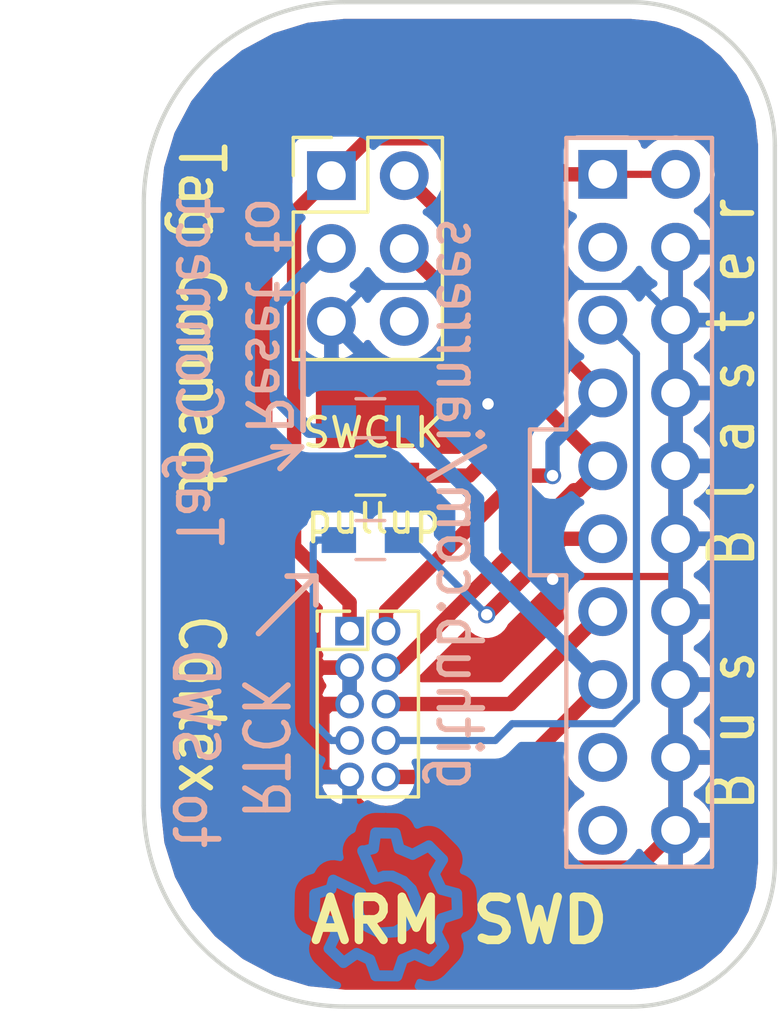
<source format=kicad_pcb>
(kicad_pcb (version 4) (host pcbnew 4.0.6)

  (general
    (links 28)
    (no_connects 0)
    (area 117.926315 99.924999 145.303334 136.812478)
    (thickness 1.6)
    (drawings 23)
    (tracks 105)
    (zones 0)
    (modules 7)
    (nets 11)
  )

  (page A4)
  (layers
    (0 F.Cu signal)
    (31 B.Cu signal)
    (32 B.Adhes user)
    (33 F.Adhes user)
    (34 B.Paste user)
    (35 F.Paste user)
    (36 B.SilkS user)
    (37 F.SilkS user)
    (38 B.Mask user)
    (39 F.Mask user)
    (40 Dwgs.User user)
    (41 Cmts.User user)
    (42 Eco1.User user)
    (43 Eco2.User user)
    (44 Edge.Cuts user)
    (45 Margin user)
    (46 B.CrtYd user)
    (47 F.CrtYd user)
    (48 B.Fab user)
    (49 F.Fab user)
  )

  (setup
    (last_trace_width 0.25)
    (user_trace_width 0.25)
    (user_trace_width 0.5)
    (trace_clearance 0.2)
    (zone_clearance 0.508)
    (zone_45_only no)
    (trace_min 0.2)
    (segment_width 0.2)
    (edge_width 0.15)
    (via_size 0.6)
    (via_drill 0.4)
    (via_min_size 0.4)
    (via_min_drill 0.3)
    (user_via 1 0.4)
    (uvia_size 0.3)
    (uvia_drill 0.1)
    (uvias_allowed no)
    (uvia_min_size 0.2)
    (uvia_min_drill 0.1)
    (pcb_text_width 0.3)
    (pcb_text_size 1.5 1.5)
    (mod_edge_width 0.15)
    (mod_text_size 1 1)
    (mod_text_width 0.15)
    (pad_size 1.524 1.524)
    (pad_drill 0.762)
    (pad_to_mask_clearance 0.2)
    (aux_axis_origin 123 135)
    (grid_origin 123 135)
    (visible_elements FFFEFF7F)
    (pcbplotparams
      (layerselection 0x010f0_80000001)
      (usegerberextensions true)
      (excludeedgelayer true)
      (linewidth 0.100000)
      (plotframeref false)
      (viasonmask false)
      (mode 1)
      (useauxorigin false)
      (hpglpennumber 1)
      (hpglpenspeed 20)
      (hpglpendiameter 15)
      (hpglpenoverlay 2)
      (psnegative false)
      (psa4output false)
      (plotreference true)
      (plotvalue true)
      (plotinvisibletext false)
      (padsonsilk false)
      (subtractmaskfromsilk false)
      (outputformat 1)
      (mirror false)
      (drillshape 0)
      (scaleselection 1)
      (outputdirectory gerbers/))
  )

  (net 0 "")
  (net 1 /Vtarget)
  (net 2 /GND)
  (net 3 /TDI)
  (net 4 /TMS/SWDIO)
  (net 5 /TCK/SWCLK)
  (net 6 "Net-(J101-Pad11)")
  (net 7 /SWO/TDO)
  (net 8 "Net-(J101-Pad15)")
  (net 9 /~Reset)
  (net 10 /RTCK)

  (net_class Default "This is the default net class."
    (clearance 0.2)
    (trace_width 0.25)
    (via_dia 0.6)
    (via_drill 0.4)
    (uvia_dia 0.3)
    (uvia_drill 0.1)
    (add_net /GND)
    (add_net /RTCK)
    (add_net /SWO/TDO)
    (add_net /TCK/SWCLK)
    (add_net /TDI)
    (add_net /TMS/SWDIO)
    (add_net /Vtarget)
    (add_net /~Reset)
    (add_net "Net-(J101-Pad11)")
    (add_net "Net-(J101-Pad15)")
  )

  (module Pin_Headers:Pin_Header_Straight_2x10_Pitch2.54mm (layer F.Cu) (tedit 58F30CBC) (tstamp 58F2F925)
    (at 139 106)
    (descr "Through hole straight pin header, 2x10, 2.54mm pitch, double rows")
    (tags "Through hole pin header THT 2x10 2.54mm double row")
    (path /58F2D11A)
    (fp_text reference J101 (at 1.27 -2.33) (layer F.SilkS) hide
      (effects (font (size 1 1) (thickness 0.15)))
    )
    (fp_text value CONN_02X10 (at 1.27 25.19) (layer F.Fab)
      (effects (font (size 1 1) (thickness 0.15)))
    )
    (fp_line (start -1.27 -1.27) (end 3.81 -1.27) (layer B.SilkS) (width 0.15))
    (fp_line (start -1.27 8.89) (end -1.27 -1.27) (layer B.SilkS) (width 0.15))
    (fp_line (start -2.54 8.89) (end -1.27 8.89) (layer B.SilkS) (width 0.15))
    (fp_line (start -2.54 13.97) (end -2.54 8.89) (layer B.SilkS) (width 0.15))
    (fp_line (start -1.27 13.97) (end -2.54 13.97) (layer B.SilkS) (width 0.15))
    (fp_line (start -1.27 24.13) (end -1.27 13.97) (layer B.SilkS) (width 0.15))
    (fp_line (start 3.81 24.13) (end -1.27 24.13) (layer B.SilkS) (width 0.15))
    (fp_line (start 3.81 -1.27) (end 3.81 24.13) (layer B.SilkS) (width 0.15))
    (fp_line (start -1.27 -1.27) (end -1.27 24.13) (layer F.Fab) (width 0.1))
    (fp_line (start -1.27 24.13) (end 3.81 24.13) (layer F.Fab) (width 0.1))
    (fp_line (start 3.81 24.13) (end 3.81 -1.27) (layer F.Fab) (width 0.1))
    (fp_line (start 3.81 -1.27) (end -1.27 -1.27) (layer F.Fab) (width 0.1))
    (fp_line (start -1.8 -1.8) (end -1.8 24.65) (layer F.CrtYd) (width 0.05))
    (fp_line (start -1.8 24.65) (end 4.35 24.65) (layer F.CrtYd) (width 0.05))
    (fp_line (start 4.35 24.65) (end 4.35 -1.8) (layer F.CrtYd) (width 0.05))
    (fp_line (start 4.35 -1.8) (end -1.8 -1.8) (layer F.CrtYd) (width 0.05))
    (fp_text user %R (at 1.27 -2.33) (layer F.Fab)
      (effects (font (size 1 1) (thickness 0.15)))
    )
    (pad 1 thru_hole rect (at 0 0) (size 1.7 1.7) (drill 1) (layers *.Cu *.Mask)
      (net 1 /Vtarget))
    (pad 2 thru_hole oval (at 2.54 0) (size 1.7 1.7) (drill 1) (layers *.Cu *.Mask)
      (net 1 /Vtarget))
    (pad 3 thru_hole oval (at 0 2.54) (size 1.7 1.7) (drill 1) (layers *.Cu *.Mask))
    (pad 4 thru_hole oval (at 2.54 2.54) (size 1.7 1.7) (drill 1) (layers *.Cu *.Mask)
      (net 2 /GND))
    (pad 5 thru_hole oval (at 0 5.08) (size 1.7 1.7) (drill 1) (layers *.Cu *.Mask)
      (net 3 /TDI))
    (pad 6 thru_hole oval (at 2.54 5.08) (size 1.7 1.7) (drill 1) (layers *.Cu *.Mask)
      (net 2 /GND))
    (pad 7 thru_hole oval (at 0 7.62) (size 1.7 1.7) (drill 1) (layers *.Cu *.Mask)
      (net 4 /TMS/SWDIO))
    (pad 8 thru_hole oval (at 2.54 7.62) (size 1.7 1.7) (drill 1) (layers *.Cu *.Mask)
      (net 2 /GND))
    (pad 9 thru_hole oval (at 0 10.16) (size 1.7 1.7) (drill 1) (layers *.Cu *.Mask)
      (net 5 /TCK/SWCLK))
    (pad 10 thru_hole oval (at 2.54 10.16) (size 1.7 1.7) (drill 1) (layers *.Cu *.Mask)
      (net 2 /GND))
    (pad 11 thru_hole oval (at 0 12.7) (size 1.7 1.7) (drill 1) (layers *.Cu *.Mask)
      (net 6 "Net-(J101-Pad11)"))
    (pad 12 thru_hole oval (at 2.54 12.7) (size 1.7 1.7) (drill 1) (layers *.Cu *.Mask)
      (net 2 /GND))
    (pad 13 thru_hole oval (at 0 15.24) (size 1.7 1.7) (drill 1) (layers *.Cu *.Mask)
      (net 7 /SWO/TDO))
    (pad 14 thru_hole oval (at 2.54 15.24) (size 1.7 1.7) (drill 1) (layers *.Cu *.Mask)
      (net 2 /GND))
    (pad 15 thru_hole oval (at 0 17.78) (size 1.7 1.7) (drill 1) (layers *.Cu *.Mask)
      (net 8 "Net-(J101-Pad15)"))
    (pad 16 thru_hole oval (at 2.54 17.78) (size 1.7 1.7) (drill 1) (layers *.Cu *.Mask)
      (net 2 /GND))
    (pad 17 thru_hole oval (at 0 20.32) (size 1.7 1.7) (drill 1) (layers *.Cu *.Mask))
    (pad 18 thru_hole oval (at 2.54 20.32) (size 1.7 1.7) (drill 1) (layers *.Cu *.Mask)
      (net 2 /GND))
    (pad 19 thru_hole oval (at 0 22.86) (size 1.7 1.7) (drill 1) (layers *.Cu *.Mask))
    (pad 20 thru_hole oval (at 2.54 22.86) (size 1.7 1.7) (drill 1) (layers *.Cu *.Mask)
      (net 2 /GND))
    (model ${KISYS3DMOD}/Pin_Headers.3dshapes/Pin_Header_Straight_2x10_Pitch2.54mm.wrl
      (at (xyz 0.05 -0.45 0))
      (scale (xyz 1 1 1))
      (rotate (xyz 0 0 90))
    )
  )

  (module Symbols:Symbol_OSHW-Logo_CopperTop (layer B.Cu) (tedit 58F31369) (tstamp 58F31338)
    (at 131.445 131.445 45)
    (descr "Symbol, OSHW-Logo, Copper Top,")
    (tags "Symbol, OSHW-Logo, Copper Top,")
    (fp_text reference REF** (at 0.09906 4.38912 45) (layer B.SilkS) hide
      (effects (font (size 1 1) (thickness 0.15)) (justify mirror))
    )
    (fp_text value Symbol_OSHW-Logo_CopperTop (at 0.30988 -6.56082 45) (layer B.Fab)
      (effects (font (size 1 1) (thickness 0.15)) (justify mirror))
    )
    (fp_line (start -1.78054 -0.92964) (end -2.03962 -1.49098) (layer B.Cu) (width 0.381))
    (fp_line (start -2.03962 -1.49098) (end -1.50114 -2.00914) (layer B.Cu) (width 0.381))
    (fp_line (start -1.50114 -2.00914) (end -0.98044 -1.7399) (layer B.Cu) (width 0.381))
    (fp_line (start -0.98044 -1.7399) (end -0.70104 -1.89992) (layer B.Cu) (width 0.381))
    (fp_line (start 0.73914 -1.8796) (end 1.06934 -1.6891) (layer B.Cu) (width 0.381))
    (fp_line (start 1.06934 -1.6891) (end 1.50876 -2.0193) (layer B.Cu) (width 0.381))
    (fp_line (start 1.50876 -2.0193) (end 1.9812 -1.52908) (layer B.Cu) (width 0.381))
    (fp_line (start 1.9812 -1.52908) (end 1.69926 -1.04902) (layer B.Cu) (width 0.381))
    (fp_line (start 1.69926 -1.04902) (end 1.88976 -0.57912) (layer B.Cu) (width 0.381))
    (fp_line (start 1.88976 -0.57912) (end 2.49936 -0.39116) (layer B.Cu) (width 0.381))
    (fp_line (start 2.49936 -0.39116) (end 2.49936 0.28956) (layer B.Cu) (width 0.381))
    (fp_line (start 2.49936 0.28956) (end 1.94056 0.42926) (layer B.Cu) (width 0.381))
    (fp_line (start 1.94056 0.42926) (end 1.7399 1.00076) (layer B.Cu) (width 0.381))
    (fp_line (start 1.7399 1.00076) (end 2.00914 1.47066) (layer B.Cu) (width 0.381))
    (fp_line (start 2.00914 1.47066) (end 1.53924 1.9812) (layer B.Cu) (width 0.381))
    (fp_line (start 1.53924 1.9812) (end 1.02108 1.71958) (layer B.Cu) (width 0.381))
    (fp_line (start 1.02108 1.71958) (end 0.55118 1.92024) (layer B.Cu) (width 0.381))
    (fp_line (start 0.55118 1.92024) (end 0.381 2.46126) (layer B.Cu) (width 0.381))
    (fp_line (start 0.381 2.46126) (end -0.30988 2.47904) (layer B.Cu) (width 0.381))
    (fp_line (start -0.30988 2.47904) (end -0.5207 1.9304) (layer B.Cu) (width 0.381))
    (fp_line (start -0.5207 1.9304) (end -0.9398 1.76022) (layer B.Cu) (width 0.381))
    (fp_line (start -0.9398 1.76022) (end -1.49098 2.02946) (layer B.Cu) (width 0.381))
    (fp_line (start -1.49098 2.02946) (end -2.00914 1.50114) (layer B.Cu) (width 0.381))
    (fp_line (start -2.00914 1.50114) (end -1.76022 0.96012) (layer B.Cu) (width 0.381))
    (fp_line (start -1.76022 0.96012) (end -1.9304 0.48006) (layer B.Cu) (width 0.381))
    (fp_line (start -1.9304 0.48006) (end -2.47904 0.381) (layer B.Cu) (width 0.381))
    (fp_line (start -2.47904 0.381) (end -2.4892 -0.32004) (layer B.Cu) (width 0.381))
    (fp_line (start -2.4892 -0.32004) (end -1.9304 -0.5207) (layer B.Cu) (width 0.381))
    (fp_line (start -1.9304 -0.5207) (end -1.7907 -0.91948) (layer B.Cu) (width 0.381))
    (fp_line (start 0.35052 -0.89916) (end 0.65024 -0.7493) (layer B.Cu) (width 0.381))
    (fp_line (start 0.65024 -0.7493) (end 0.8509 -0.55118) (layer B.Cu) (width 0.381))
    (fp_line (start 0.8509 -0.55118) (end 1.00076 -0.14986) (layer B.Cu) (width 0.381))
    (fp_line (start 1.00076 -0.14986) (end 1.00076 0.24892) (layer B.Cu) (width 0.381))
    (fp_line (start 1.00076 0.24892) (end 0.8509 0.59944) (layer B.Cu) (width 0.381))
    (fp_line (start 0.8509 0.59944) (end 0.39878 0.94996) (layer B.Cu) (width 0.381))
    (fp_line (start 0.39878 0.94996) (end -0.0508 1.00076) (layer B.Cu) (width 0.381))
    (fp_line (start -0.0508 1.00076) (end -0.44958 0.89916) (layer B.Cu) (width 0.381))
    (fp_line (start -0.44958 0.89916) (end -0.8509 0.55118) (layer B.Cu) (width 0.381))
    (fp_line (start -0.8509 0.55118) (end -1.00076 0.09906) (layer B.Cu) (width 0.381))
    (fp_line (start -1.00076 0.09906) (end -0.94996 -0.39878) (layer B.Cu) (width 0.381))
    (fp_line (start -0.94996 -0.39878) (end -0.70104 -0.70104) (layer B.Cu) (width 0.381))
    (fp_line (start -0.70104 -0.70104) (end -0.35052 -0.89916) (layer B.Cu) (width 0.381))
    (fp_line (start -0.35052 -0.89916) (end -0.70104 -1.89992) (layer B.Cu) (width 0.381))
    (fp_line (start 0.35052 -0.89916) (end 0.7493 -1.89992) (layer B.Cu) (width 0.381))
  )

  (module Pin_Headers:Pin_Header_Straight_2x03_Pitch2.54mm (layer F.Cu) (tedit 58F30336) (tstamp 58F2F92F)
    (at 129.54 106.045)
    (descr "Through hole straight pin header, 2x03, 2.54mm pitch, double rows")
    (tags "Through hole pin header THT 2x03 2.54mm double row")
    (path /58F2D141)
    (fp_text reference J102 (at 1.27 -2.33) (layer F.SilkS) hide
      (effects (font (size 1 1) (thickness 0.15)))
    )
    (fp_text value "Tag Connect" (at 1.27 7.41) (layer F.Fab)
      (effects (font (size 1 1) (thickness 0.15)))
    )
    (fp_line (start -1.27 -1.27) (end -1.27 6.35) (layer F.Fab) (width 0.1))
    (fp_line (start -1.27 6.35) (end 3.81 6.35) (layer F.Fab) (width 0.1))
    (fp_line (start 3.81 6.35) (end 3.81 -1.27) (layer F.Fab) (width 0.1))
    (fp_line (start 3.81 -1.27) (end -1.27 -1.27) (layer F.Fab) (width 0.1))
    (fp_line (start -1.33 1.27) (end -1.33 6.41) (layer F.SilkS) (width 0.12))
    (fp_line (start -1.33 6.41) (end 3.87 6.41) (layer F.SilkS) (width 0.12))
    (fp_line (start 3.87 6.41) (end 3.87 -1.33) (layer F.SilkS) (width 0.12))
    (fp_line (start 3.87 -1.33) (end 1.27 -1.33) (layer F.SilkS) (width 0.12))
    (fp_line (start 1.27 -1.33) (end 1.27 1.27) (layer F.SilkS) (width 0.12))
    (fp_line (start 1.27 1.27) (end -1.33 1.27) (layer F.SilkS) (width 0.12))
    (fp_line (start -1.33 0) (end -1.33 -1.33) (layer F.SilkS) (width 0.12))
    (fp_line (start -1.33 -1.33) (end 0 -1.33) (layer F.SilkS) (width 0.12))
    (fp_line (start -1.8 -1.8) (end -1.8 6.85) (layer F.CrtYd) (width 0.05))
    (fp_line (start -1.8 6.85) (end 4.35 6.85) (layer F.CrtYd) (width 0.05))
    (fp_line (start 4.35 6.85) (end 4.35 -1.8) (layer F.CrtYd) (width 0.05))
    (fp_line (start 4.35 -1.8) (end -1.8 -1.8) (layer F.CrtYd) (width 0.05))
    (fp_text user %R (at 1.27 -2.33) (layer F.Fab)
      (effects (font (size 1 1) (thickness 0.15)))
    )
    (pad 1 thru_hole rect (at 0 0) (size 1.7 1.7) (drill 1) (layers *.Cu *.Mask)
      (net 1 /Vtarget))
    (pad 2 thru_hole oval (at 2.54 0) (size 1.7 1.7) (drill 1) (layers *.Cu *.Mask)
      (net 4 /TMS/SWDIO))
    (pad 3 thru_hole oval (at 0 2.54) (size 1.7 1.7) (drill 1) (layers *.Cu *.Mask)
      (net 9 /~Reset))
    (pad 4 thru_hole oval (at 2.54 2.54) (size 1.7 1.7) (drill 1) (layers *.Cu *.Mask)
      (net 5 /TCK/SWCLK))
    (pad 5 thru_hole oval (at 0 5.08) (size 1.7 1.7) (drill 1) (layers *.Cu *.Mask)
      (net 2 /GND))
    (pad 6 thru_hole oval (at 2.54 5.08) (size 1.7 1.7) (drill 1) (layers *.Cu *.Mask))
    (model ${KISYS3DMOD}/Pin_Headers.3dshapes/Pin_Header_Straight_2x03_Pitch2.54mm.wrl
      (at (xyz 0.05 -0.1 0))
      (scale (xyz 1 1 1))
      (rotate (xyz 0 0 90))
    )
  )

  (module Pin_Headers:Pin_Header_Straight_2x05_Pitch1.27mm (layer F.Cu) (tedit 58F313A8) (tstamp 58F2F93D)
    (at 130.175 121.92)
    (descr "Through hole straight pin header, 2x05, 1.27mm pitch, double rows")
    (tags "Through hole pin header THT 2x05 1.27mm double row")
    (path /58F2D87B)
    (fp_text reference J103 (at 0.635 -1.695) (layer F.SilkS) hide
      (effects (font (size 1 1) (thickness 0.15)))
    )
    (fp_text value CONN_02X05 (at 0.635 6.775) (layer F.Fab)
      (effects (font (size 1 1) (thickness 0.15)))
    )
    (fp_line (start -1.07 -0.635) (end -1.07 5.715) (layer F.Fab) (width 0.1))
    (fp_line (start -1.07 5.715) (end 2.34 5.715) (layer F.Fab) (width 0.1))
    (fp_line (start 2.34 5.715) (end 2.34 -0.635) (layer F.Fab) (width 0.1))
    (fp_line (start 2.34 -0.635) (end -1.07 -0.635) (layer F.Fab) (width 0.1))
    (fp_line (start -1.13 0.635) (end -1.13 5.775) (layer F.SilkS) (width 0.12))
    (fp_line (start -1.13 5.775) (end 2.4 5.775) (layer F.SilkS) (width 0.12))
    (fp_line (start 2.4 5.775) (end 2.4 -0.695) (layer F.SilkS) (width 0.12))
    (fp_line (start 2.4 -0.695) (end 0.635 -0.695) (layer F.SilkS) (width 0.12))
    (fp_line (start 0.635 -0.695) (end 0.635 0.635) (layer F.SilkS) (width 0.12))
    (fp_line (start 0.635 0.635) (end -1.13 0.635) (layer F.SilkS) (width 0.12))
    (fp_line (start -1.13 0) (end -1.13 -0.695) (layer F.SilkS) (width 0.12))
    (fp_line (start -1.13 -0.695) (end 0 -0.695) (layer F.SilkS) (width 0.12))
    (fp_line (start -1.6 -1.15) (end -1.6 6.25) (layer F.CrtYd) (width 0.05))
    (fp_line (start -1.6 6.25) (end 2.85 6.25) (layer F.CrtYd) (width 0.05))
    (fp_line (start 2.85 6.25) (end 2.85 -1.15) (layer F.CrtYd) (width 0.05))
    (fp_line (start 2.85 -1.15) (end -1.6 -1.15) (layer F.CrtYd) (width 0.05))
    (fp_text user %R (at 0.635 -1.695) (layer F.Fab)
      (effects (font (size 1 1) (thickness 0.15)))
    )
    (pad 1 thru_hole rect (at 0 0) (size 1 1) (drill 0.65) (layers *.Cu *.Mask)
      (net 1 /Vtarget))
    (pad 2 thru_hole oval (at 1.27 0) (size 1 1) (drill 0.65) (layers *.Cu *.Mask)
      (net 4 /TMS/SWDIO))
    (pad 3 thru_hole oval (at 0 1.27) (size 1 1) (drill 0.65) (layers *.Cu *.Mask)
      (net 2 /GND))
    (pad 4 thru_hole oval (at 1.27 1.27) (size 1 1) (drill 0.65) (layers *.Cu *.Mask)
      (net 5 /TCK/SWCLK))
    (pad 5 thru_hole oval (at 0 2.54) (size 1 1) (drill 0.65) (layers *.Cu *.Mask)
      (net 2 /GND))
    (pad 6 thru_hole oval (at 1.27 2.54) (size 1 1) (drill 0.65) (layers *.Cu *.Mask)
      (net 7 /SWO/TDO))
    (pad 7 thru_hole oval (at 0 3.81) (size 1 1) (drill 0.65) (layers *.Cu *.Mask)
      (net 10 /RTCK))
    (pad 8 thru_hole oval (at 1.27 3.81) (size 1 1) (drill 0.65) (layers *.Cu *.Mask)
      (net 3 /TDI))
    (pad 9 thru_hole oval (at 0 5.08) (size 1 1) (drill 0.65) (layers *.Cu *.Mask)
      (net 2 /GND))
    (pad 10 thru_hole oval (at 1.27 5.08) (size 1 1) (drill 0.65) (layers *.Cu *.Mask)
      (net 8 "Net-(J101-Pad15)"))
    (model ${KISYS3DMOD}/Pin_Headers.3dshapes/Pin_Header_Straight_2x05_Pitch1.27mm.wrl
      (at (xyz 0 0 0))
      (scale (xyz 1 1 1))
      (rotate (xyz 0 0 0))
    )
  )

  (module Resistors_SMD:R_0603_HandSoldering (layer B.Cu) (tedit 58F30E8D) (tstamp 58F2F943)
    (at 130.9 114.5)
    (descr "Resistor SMD 0603, hand soldering")
    (tags "resistor 0603")
    (path /58F2E204)
    (attr smd)
    (fp_text reference JP101 (at 0 1.45) (layer B.SilkS) hide
      (effects (font (size 1 1) (thickness 0.15)) (justify mirror))
    )
    (fp_text value Jumper_NC_Small (at 0 -1.55) (layer B.Fab)
      (effects (font (size 1 1) (thickness 0.15)) (justify mirror))
    )
    (fp_text user %R (at 0 0) (layer B.Fab)
      (effects (font (size 0.5 0.5) (thickness 0.075)) (justify mirror))
    )
    (fp_line (start -0.8 -0.4) (end -0.8 0.4) (layer B.Fab) (width 0.1))
    (fp_line (start 0.8 -0.4) (end -0.8 -0.4) (layer B.Fab) (width 0.1))
    (fp_line (start 0.8 0.4) (end 0.8 -0.4) (layer B.Fab) (width 0.1))
    (fp_line (start -0.8 0.4) (end 0.8 0.4) (layer B.Fab) (width 0.1))
    (fp_line (start 0.5 -0.68) (end -0.5 -0.68) (layer B.SilkS) (width 0.12))
    (fp_line (start -0.5 0.68) (end 0.5 0.68) (layer B.SilkS) (width 0.12))
    (fp_line (start -1.96 0.7) (end 1.95 0.7) (layer B.CrtYd) (width 0.05))
    (fp_line (start -1.96 0.7) (end -1.96 -0.7) (layer B.CrtYd) (width 0.05))
    (fp_line (start 1.95 -0.7) (end 1.95 0.7) (layer B.CrtYd) (width 0.05))
    (fp_line (start 1.95 -0.7) (end -1.96 -0.7) (layer B.CrtYd) (width 0.05))
    (pad 1 smd rect (at -1.1 0) (size 1.2 0.9) (layers B.Cu B.Paste B.Mask)
      (net 9 /~Reset))
    (pad 2 smd rect (at 1.1 0) (size 1.2 0.9) (layers B.Cu B.Paste B.Mask)
      (net 8 "Net-(J101-Pad15)"))
    (model ${KISYS3DMOD}/Resistors_SMD.3dshapes/R_0603.wrl
      (at (xyz 0 0 0))
      (scale (xyz 1 1 1))
      (rotate (xyz 0 0 0))
    )
  )

  (module Resistors_SMD:R_0603_HandSoldering (layer B.Cu) (tedit 58F30E8A) (tstamp 58F2F949)
    (at 130.9 118.745 180)
    (descr "Resistor SMD 0603, hand soldering")
    (tags "resistor 0603")
    (path /58F2F693)
    (attr smd)
    (fp_text reference JP102 (at 0 1.45 180) (layer B.SilkS) hide
      (effects (font (size 1 1) (thickness 0.15)) (justify mirror))
    )
    (fp_text value Jumper_NC_Small (at 0 -1.55 180) (layer B.Fab)
      (effects (font (size 1 1) (thickness 0.15)) (justify mirror))
    )
    (fp_text user %R (at 0 0 180) (layer B.Fab)
      (effects (font (size 0.5 0.5) (thickness 0.075)) (justify mirror))
    )
    (fp_line (start -0.8 -0.4) (end -0.8 0.4) (layer B.Fab) (width 0.1))
    (fp_line (start 0.8 -0.4) (end -0.8 -0.4) (layer B.Fab) (width 0.1))
    (fp_line (start 0.8 0.4) (end 0.8 -0.4) (layer B.Fab) (width 0.1))
    (fp_line (start -0.8 0.4) (end 0.8 0.4) (layer B.Fab) (width 0.1))
    (fp_line (start 0.5 -0.68) (end -0.5 -0.68) (layer B.SilkS) (width 0.12))
    (fp_line (start -0.5 0.68) (end 0.5 0.68) (layer B.SilkS) (width 0.12))
    (fp_line (start -1.96 0.7) (end 1.95 0.7) (layer B.CrtYd) (width 0.05))
    (fp_line (start -1.96 0.7) (end -1.96 -0.7) (layer B.CrtYd) (width 0.05))
    (fp_line (start 1.95 -0.7) (end 1.95 0.7) (layer B.CrtYd) (width 0.05))
    (fp_line (start 1.95 -0.7) (end -1.96 -0.7) (layer B.CrtYd) (width 0.05))
    (pad 1 smd rect (at -1.1 0 180) (size 1.2 0.9) (layers B.Cu B.Paste B.Mask)
      (net 6 "Net-(J101-Pad11)"))
    (pad 2 smd rect (at 1.1 0 180) (size 1.2 0.9) (layers B.Cu B.Paste B.Mask)
      (net 10 /RTCK))
    (model ${KISYS3DMOD}/Resistors_SMD.3dshapes/R_0603.wrl
      (at (xyz 0 0 0))
      (scale (xyz 1 1 1))
      (rotate (xyz 0 0 0))
    )
  )

  (module Resistors_SMD:R_0603_HandSoldering (layer F.Cu) (tedit 590538E2) (tstamp 590537B1)
    (at 130.9 116.5)
    (descr "Resistor SMD 0603, hand soldering")
    (tags "resistor 0603")
    (path /590555B6)
    (attr smd)
    (fp_text reference R101 (at 0 -1.45) (layer F.SilkS) hide
      (effects (font (size 1 1) (thickness 0.15)))
    )
    (fp_text value 1k (at 0 1.55) (layer F.Fab)
      (effects (font (size 1 1) (thickness 0.15)))
    )
    (fp_text user %R (at 0 0) (layer F.Fab)
      (effects (font (size 0.5 0.5) (thickness 0.075)))
    )
    (fp_line (start -0.8 0.4) (end -0.8 -0.4) (layer F.Fab) (width 0.1))
    (fp_line (start 0.8 0.4) (end -0.8 0.4) (layer F.Fab) (width 0.1))
    (fp_line (start 0.8 -0.4) (end 0.8 0.4) (layer F.Fab) (width 0.1))
    (fp_line (start -0.8 -0.4) (end 0.8 -0.4) (layer F.Fab) (width 0.1))
    (fp_line (start 0.5 0.68) (end -0.5 0.68) (layer F.SilkS) (width 0.12))
    (fp_line (start -0.5 -0.68) (end 0.5 -0.68) (layer F.SilkS) (width 0.12))
    (fp_line (start -1.96 -0.7) (end 1.95 -0.7) (layer F.CrtYd) (width 0.05))
    (fp_line (start -1.96 -0.7) (end -1.96 0.7) (layer F.CrtYd) (width 0.05))
    (fp_line (start 1.95 0.7) (end 1.95 -0.7) (layer F.CrtYd) (width 0.05))
    (fp_line (start 1.95 0.7) (end -1.96 0.7) (layer F.CrtYd) (width 0.05))
    (pad 1 smd rect (at -1.1 0) (size 1.2 0.9) (layers F.Cu F.Paste F.Mask)
      (net 1 /Vtarget))
    (pad 2 smd rect (at 1.1 0) (size 1.2 0.9) (layers F.Cu F.Paste F.Mask)
      (net 5 /TCK/SWCLK))
    (model ${KISYS3DMOD}/Resistors_SMD.3dshapes/R_0603.wrl
      (at (xyz 0 0 0))
      (scale (xyz 1 1 1))
      (rotate (xyz 0 0 0))
    )
  )

  (gr_text "ARM SWD" (at 134 132) (layer F.SilkS)
    (effects (font (size 1.5 1.5) (thickness 0.3)))
  )
  (gr_text pullup (at 131 118) (layer F.SilkS) (tstamp 59053A6A)
    (effects (font (size 1 1) (thickness 0.15)))
  )
  (gr_text SWCLK (at 131 115) (layer F.SilkS)
    (effects (font (size 1 1) (thickness 0.15)))
  )
  (gr_text github.com/ianrrees (at 133.985 117.475 270) (layer B.SilkS)
    (effects (font (size 1.5 1.3) (thickness 0.2)) (justify mirror))
  )
  (gr_line (start 128.5 115.5) (end 127.75 116.25) (layer B.SilkS) (width 0.2))
  (gr_line (start 127.5 115.5) (end 128.5 115.5) (layer B.SilkS) (width 0.2))
  (gr_line (start 125.5 116.5) (end 128.5 115.5) (layer B.SilkS) (width 0.2))
  (gr_text Cortex (at 125 124.46 270) (layer F.SilkS)
    (effects (font (size 1.5 1.3) (thickness 0.2)))
  )
  (gr_arc (start 130 128) (end 130 135) (angle 90) (layer Edge.Cuts) (width 0.15))
  (gr_arc (start 130 107) (end 123 107) (angle 90) (layer Edge.Cuts) (width 0.15))
  (gr_line (start 130 100) (end 140 100) (layer Edge.Cuts) (width 0.15))
  (gr_line (start 129 120) (end 129 121) (layer B.SilkS) (width 0.2))
  (gr_line (start 128 120) (end 129 120) (layer B.SilkS) (width 0.2))
  (gr_line (start 127 122) (end 129 120) (layer B.SilkS) (width 0.2))
  (gr_text "RTCK\nto SWD" (at 126 126 270) (layer B.SilkS)
    (effects (font (size 1.5 1.3) (thickness 0.2)) (justify mirror))
  )
  (gr_text "~Reset~ to\nTag Connect" (at 126.111 106.68 270) (layer B.SilkS)
    (effects (font (size 1.5 1.3) (thickness 0.2)) (justify right mirror))
  )
  (gr_text "Tag Connect" (at 125 111 270) (layer F.SilkS)
    (effects (font (size 1.5 1.3) (thickness 0.2)))
  )
  (gr_line (start 123 128) (end 123 107) (layer Edge.Cuts) (width 0.15))
  (gr_text "B u s   B l a s t e r" (at 143.5 117.5 90) (layer F.SilkS)
    (effects (font (size 1.5 1.3) (thickness 0.2)))
  )
  (gr_line (start 140 135) (end 130 135) (layer Edge.Cuts) (width 0.15))
  (gr_line (start 145 105) (end 145 130) (layer Edge.Cuts) (width 0.15))
  (gr_arc (start 140 105) (end 140 100) (angle 90) (layer Edge.Cuts) (width 0.15) (tstamp 58F30738))
  (gr_arc (start 140 130) (end 145 130) (angle 90) (layer Edge.Cuts) (width 0.15) (tstamp 58F3072A))

  (segment (start 130.175 121.92) (end 130.175 120.92) (width 0.5) (layer F.Cu) (net 1))
  (segment (start 130.175 120.92) (end 128.239999 118.984999) (width 0.5) (layer F.Cu) (net 1))
  (segment (start 128.239999 118.984999) (end 128.239999 116.039999) (width 0.5) (layer F.Cu) (net 1))
  (segment (start 129.8 116.5) (end 128.7 116.5) (width 0.5) (layer F.Cu) (net 1))
  (segment (start 128.7 116.5) (end 128.239999 116.039999) (width 0.5) (layer F.Cu) (net 1))
  (segment (start 128.239999 116.039999) (end 128.239999 107.345001) (width 0.5) (layer F.Cu) (net 1))
  (segment (start 128.239999 107.345001) (end 129.54 106.045) (width 0.5) (layer F.Cu) (net 1))
  (segment (start 129.54 106.045) (end 130.840001 104.744999) (width 0.5) (layer F.Cu) (net 1))
  (segment (start 130.840001 104.744999) (end 136.394999 104.744999) (width 0.5) (layer F.Cu) (net 1))
  (segment (start 136.394999 104.744999) (end 137.65 106) (width 0.5) (layer F.Cu) (net 1))
  (segment (start 137.65 106) (end 139 106) (width 0.5) (layer F.Cu) (net 1))
  (segment (start 141.54 106) (end 140.337919 106) (width 0.25) (layer F.Cu) (net 1))
  (segment (start 140.337919 106) (end 139 106) (width 0.25) (layer F.Cu) (net 1))
  (segment (start 135 114) (end 134 114) (width 0.25) (layer B.Cu) (net 2))
  (segment (start 130 113) (end 134 113) (width 0.25) (layer F.Cu) (net 2))
  (segment (start 134 113) (end 135 114) (width 0.25) (layer F.Cu) (net 2))
  (via (at 135 114) (size 0.6) (drill 0.4) (layers F.Cu B.Cu) (net 2))
  (segment (start 129.54 112.54) (end 130 113) (width 0.25) (layer F.Cu) (net 2))
  (segment (start 129.54 111.125) (end 129.54 112.54) (width 0.25) (layer F.Cu) (net 2))
  (segment (start 141.54 111.08) (end 141.54 108.54) (width 0.5) (layer F.Cu) (net 2))
  (segment (start 141.54 113.62) (end 141.54 111.08) (width 0.5) (layer F.Cu) (net 2))
  (segment (start 141.54 116.16) (end 141.54 113.62) (width 0.5) (layer F.Cu) (net 2))
  (segment (start 141.54 118.7) (end 141.54 116.16) (width 0.5) (layer F.Cu) (net 2))
  (segment (start 141.54 120.015) (end 141.54 118.7) (width 0.5) (layer F.Cu) (net 2))
  (segment (start 141.54 121.24) (end 141.54 120.015) (width 0.5) (layer F.Cu) (net 2))
  (segment (start 141.54 123.78) (end 141.54 121.24) (width 0.5) (layer F.Cu) (net 2))
  (segment (start 141.54 126.32) (end 141.54 123.78) (width 0.5) (layer F.Cu) (net 2))
  (segment (start 141.54 128.86) (end 141.54 126.32) (width 0.5) (layer F.Cu) (net 2))
  (segment (start 137.678495 120.109231) (end 137.254231 120.109231) (width 0.25) (layer F.Cu) (net 2))
  (segment (start 137.254231 119.684967) (end 137.254231 120.109231) (width 0.5) (layer B.Cu) (net 2))
  (segment (start 137.254231 117.894229) (end 137.254231 119.684967) (width 0.5) (layer B.Cu) (net 2))
  (segment (start 131.445 113.03) (end 132.390002 113.03) (width 0.5) (layer B.Cu) (net 2))
  (segment (start 132.390002 113.03) (end 137.254231 117.894229) (width 0.5) (layer B.Cu) (net 2))
  (segment (start 137.772726 120.015) (end 137.678495 120.109231) (width 0.25) (layer F.Cu) (net 2))
  (via (at 137.254231 120.109231) (size 0.6) (drill 0.4) (layers F.Cu B.Cu) (net 2))
  (segment (start 141.54 120.015) (end 137.772726 120.015) (width 0.25) (layer F.Cu) (net 2))
  (segment (start 129.54 111.125) (end 131.445 113.03) (width 0.5) (layer B.Cu) (net 2))
  (segment (start 130.175 127) (end 130.175 127.707106) (width 0.5) (layer F.Cu) (net 2))
  (segment (start 130.175 127.707106) (end 132.627895 130.160001) (width 0.5) (layer F.Cu) (net 2))
  (segment (start 132.627895 130.160001) (end 140.239999 130.160001) (width 0.5) (layer F.Cu) (net 2))
  (segment (start 140.239999 130.160001) (end 140.690001 129.709999) (width 0.5) (layer F.Cu) (net 2))
  (segment (start 140.690001 129.709999) (end 141.54 128.86) (width 0.5) (layer F.Cu) (net 2))
  (segment (start 130.175 124.46) (end 129.467894 124.46) (width 0.5) (layer F.Cu) (net 2))
  (segment (start 129.467894 124.46) (end 129.224999 124.702895) (width 0.5) (layer F.Cu) (net 2))
  (segment (start 129.224999 124.702895) (end 129.224999 126.757105) (width 0.5) (layer F.Cu) (net 2))
  (segment (start 129.224999 126.757105) (end 129.467894 127) (width 0.5) (layer F.Cu) (net 2))
  (segment (start 129.467894 127) (end 130.175 127) (width 0.5) (layer F.Cu) (net 2))
  (segment (start 130.175 124.46) (end 130.175 123.19) (width 0.25) (layer F.Cu) (net 2))
  (segment (start 129.54 111.125) (end 130.760001 109.904999) (width 0.25) (layer B.Cu) (net 2))
  (segment (start 130.760001 109.904999) (end 140.364999 109.904999) (width 0.25) (layer B.Cu) (net 2))
  (segment (start 140.364999 109.904999) (end 140.690001 110.230001) (width 0.25) (layer B.Cu) (net 2))
  (segment (start 140.690001 110.230001) (end 141.54 111.08) (width 0.25) (layer B.Cu) (net 2))
  (segment (start 135.255 125.73) (end 131.445 125.73) (width 0.25) (layer B.Cu) (net 3))
  (segment (start 135.840001 125.144999) (end 135.255 125.73) (width 0.25) (layer B.Cu) (net 3))
  (segment (start 139 111.08) (end 140.175001 112.255001) (width 0.25) (layer B.Cu) (net 3))
  (segment (start 140.175001 112.255001) (end 140.175001 124.344001) (width 0.25) (layer B.Cu) (net 3))
  (segment (start 140.175001 124.344001) (end 139.374003 125.144999) (width 0.25) (layer B.Cu) (net 3))
  (segment (start 139.374003 125.144999) (end 135.840001 125.144999) (width 0.25) (layer B.Cu) (net 3))
  (segment (start 131.445 121.92) (end 131.445 121.212894) (width 0.5) (layer F.Cu) (net 4))
  (segment (start 131.445 121.212894) (end 136.157894 116.5) (width 0.5) (layer F.Cu) (net 4))
  (segment (start 136.157894 116.5) (end 136.825736 116.5) (width 0.5) (layer F.Cu) (net 4))
  (segment (start 136.825736 116.5) (end 137.25 116.5) (width 0.5) (layer F.Cu) (net 4))
  (segment (start 137.25 116.5) (end 137.25 115.37) (width 0.5) (layer B.Cu) (net 4))
  (segment (start 137.25 115.37) (end 139 113.62) (width 0.5) (layer B.Cu) (net 4))
  (via (at 137.25 116.5) (size 0.6) (drill 0.4) (layers F.Cu B.Cu) (net 4))
  (segment (start 135.255 109.875) (end 135.255 109.22) (width 0.5) (layer F.Cu) (net 4))
  (segment (start 135.255 109.22) (end 132.08 106.045) (width 0.5) (layer F.Cu) (net 4))
  (segment (start 139 113.62) (end 135.255 109.875) (width 0.5) (layer F.Cu) (net 4))
  (segment (start 138.475 113.62) (end 139 113.62) (width 0.25) (layer B.Cu) (net 4))
  (segment (start 131.445 123.19) (end 131.820035 123.19) (width 0.5) (layer F.Cu) (net 5))
  (segment (start 131.820035 123.19) (end 138.000036 117.009999) (width 0.5) (layer F.Cu) (net 5))
  (segment (start 138.000036 117.009999) (end 138.150001 117.009999) (width 0.5) (layer F.Cu) (net 5))
  (segment (start 138.150001 117.009999) (end 139 116.16) (width 0.5) (layer F.Cu) (net 5))
  (segment (start 139 116.16) (end 136.84 114) (width 0.5) (layer F.Cu) (net 5))
  (segment (start 136.84 114) (end 135.89 113.05) (width 0.5) (layer F.Cu) (net 5))
  (segment (start 132 116.5) (end 134.34 116.5) (width 0.5) (layer F.Cu) (net 5))
  (segment (start 134.34 116.5) (end 136.84 114) (width 0.5) (layer F.Cu) (net 5))
  (segment (start 135.89 113.05) (end 135.89 112.395) (width 0.5) (layer F.Cu) (net 5))
  (segment (start 135.89 112.395) (end 132.08 108.585) (width 0.5) (layer F.Cu) (net 5))
  (segment (start 138.475 116.16) (end 139 116.16) (width 0.25) (layer F.Cu) (net 5))
  (segment (start 132.08 109.24) (end 132.08 108.585) (width 0.25) (layer F.Cu) (net 5))
  (segment (start 139 118.7) (end 137.602787 118.7) (width 0.5) (layer F.Cu) (net 6))
  (segment (start 137.602787 118.7) (end 134.955131 121.347656) (width 0.5) (layer F.Cu) (net 6))
  (segment (start 134.655132 121.047657) (end 134.955131 121.347656) (width 0.25) (layer B.Cu) (net 6))
  (segment (start 132.08 118.745) (end 132.352475 118.745) (width 0.25) (layer B.Cu) (net 6))
  (segment (start 132.352475 118.745) (end 134.655132 121.047657) (width 0.25) (layer B.Cu) (net 6))
  (via (at 134.955131 121.347656) (size 0.6) (drill 0.4) (layers F.Cu B.Cu) (net 6))
  (segment (start 131.445 124.46) (end 135.78 124.46) (width 0.5) (layer F.Cu) (net 7))
  (segment (start 135.78 124.46) (end 139 121.24) (width 0.5) (layer F.Cu) (net 7))
  (segment (start 131.445 127) (end 135.78 127) (width 0.5) (layer F.Cu) (net 8))
  (segment (start 135.78 127) (end 139 123.78) (width 0.5) (layer F.Cu) (net 8))
  (segment (start 132.08 114.935) (end 132.23 114.935) (width 0.5) (layer B.Cu) (net 8))
  (segment (start 132.23 114.935) (end 134.62 117.325) (width 0.5) (layer B.Cu) (net 8))
  (segment (start 134.62 117.325) (end 134.62 119.4) (width 0.5) (layer B.Cu) (net 8))
  (segment (start 134.62 119.4) (end 139 123.78) (width 0.5) (layer B.Cu) (net 8))
  (segment (start 127.635 113.79) (end 127.635 110.49) (width 0.5) (layer B.Cu) (net 9))
  (segment (start 127.635 110.49) (end 129.54 108.585) (width 0.5) (layer B.Cu) (net 9))
  (segment (start 129.88 114.935) (end 128.78 114.935) (width 0.5) (layer B.Cu) (net 9))
  (segment (start 128.78 114.935) (end 127.635 113.79) (width 0.5) (layer B.Cu) (net 9))
  (segment (start 129.88 114.935) (end 129.73 114.935) (width 0.25) (layer B.Cu) (net 9))
  (segment (start 129.88 118.745) (end 129.03 118.745) (width 0.25) (layer B.Cu) (net 10))
  (segment (start 129.03 118.745) (end 128.905 118.87) (width 0.25) (layer B.Cu) (net 10))
  (segment (start 128.905 118.87) (end 128.905 125.095) (width 0.25) (layer B.Cu) (net 10))
  (segment (start 128.905 125.095) (end 129.54 125.73) (width 0.25) (layer B.Cu) (net 10))
  (segment (start 129.54 125.73) (end 130.175 125.73) (width 0.25) (layer B.Cu) (net 10))

  (zone (net 2) (net_name /GND) (layer F.Cu) (tstamp 0) (hatch edge 0.508)
    (connect_pads (clearance 0.508))
    (min_thickness 0.254)
    (fill yes (arc_segments 32) (thermal_gap 0.508) (thermal_bridge_width 0.508) (smoothing fillet) (radius 2))
    (polygon
      (pts
        (xy 123 100) (xy 145 100) (xy 145 135) (xy 123 135)
      )
    )
    (filled_polygon
      (pts
        (xy 140.832601 100.795041) (xy 141.633494 101.036846) (xy 142.372165 101.429604) (xy 143.020482 101.958357) (xy 143.553747 102.602963)
        (xy 143.951654 103.338878) (xy 144.199042 104.13806) (xy 144.29 105.003469) (xy 144.29 129.965281) (xy 144.204959 130.832601)
        (xy 143.963154 131.633494) (xy 143.570395 132.372168) (xy 143.04164 133.020484) (xy 142.397034 133.553749) (xy 141.661122 133.951654)
        (xy 140.861942 134.199042) (xy 139.996532 134.29) (xy 130.03472 134.29) (xy 128.77893 134.166869) (xy 127.604362 133.812246)
        (xy 126.521052 133.236239) (xy 125.57025 132.460784) (xy 124.788177 131.51542) (xy 124.204621 130.436158) (xy 123.841807 129.264095)
        (xy 123.710041 128.01042) (xy 123.71 127.998659) (xy 123.71 127.301874) (xy 129.080881 127.301874) (xy 129.097554 127.356864)
        (xy 129.187877 127.560206) (xy 129.316135 127.74202) (xy 129.477399 127.895318) (xy 129.665471 128.01421) (xy 129.873124 128.094126)
        (xy 130.048 127.969129) (xy 130.048 127.127) (xy 129.207046 127.127) (xy 129.080881 127.301874) (xy 123.71 127.301874)
        (xy 123.71 123.491874) (xy 129.080881 123.491874) (xy 129.097554 123.546864) (xy 129.187877 123.750206) (xy 129.240639 123.825)
        (xy 129.187877 123.899794) (xy 129.097554 124.103136) (xy 129.080881 124.158126) (xy 129.207046 124.333) (xy 130.048 124.333)
        (xy 130.048 123.317) (xy 129.207046 123.317) (xy 129.080881 123.491874) (xy 123.71 123.491874) (xy 123.71 107.345001)
        (xy 127.354999 107.345001) (xy 127.354999 118.984999) (xy 127.362976 119.066355) (xy 127.370101 119.147795) (xy 127.3714 119.152266)
        (xy 127.371854 119.156896) (xy 127.395474 119.23513) (xy 127.418289 119.313659) (xy 127.420431 119.317792) (xy 127.421776 119.322246)
        (xy 127.460134 119.394387) (xy 127.497775 119.467005) (xy 127.500681 119.470645) (xy 127.502864 119.474751) (xy 127.554506 119.53807)
        (xy 127.605533 119.60199) (xy 127.611926 119.608473) (xy 127.612029 119.6086) (xy 127.612146 119.608697) (xy 127.614209 119.610789)
        (xy 129.119195 121.115775) (xy 129.06219 121.242237) (xy 129.036928 121.42) (xy 129.036928 122.42) (xy 129.044992 122.521121)
        (xy 129.098106 122.692634) (xy 129.135056 122.748708) (xy 129.097554 122.833136) (xy 129.080881 122.888126) (xy 129.207046 123.063)
        (xy 130.048 123.063) (xy 130.048 123.058072) (xy 130.302 123.058072) (xy 130.302 123.063) (xy 130.317051 123.063)
        (xy 130.304536 123.182076) (xy 130.316815 123.317) (xy 130.302 123.317) (xy 130.302 124.333) (xy 130.317051 124.333)
        (xy 130.304536 124.452076) (xy 130.316815 124.587) (xy 130.302 124.587) (xy 130.302 124.606962) (xy 130.196339 124.595111)
        (xy 130.180492 124.595) (xy 130.169508 124.595) (xy 130.048 124.606914) (xy 130.048 124.587) (xy 129.207046 124.587)
        (xy 129.080881 124.761874) (xy 129.097554 124.816864) (xy 129.187877 125.020206) (xy 129.235195 125.087283) (xy 129.22855 125.095316)
        (xy 129.123193 125.29017) (xy 129.05769 125.501777) (xy 129.034536 125.722076) (xy 129.054612 125.942678) (xy 129.117154 126.155178)
        (xy 129.219781 126.351484) (xy 129.23597 126.371619) (xy 129.187877 126.439794) (xy 129.097554 126.643136) (xy 129.080881 126.698126)
        (xy 129.207046 126.873) (xy 130.048 126.873) (xy 130.048 126.853038) (xy 130.153661 126.864889) (xy 130.169508 126.865)
        (xy 130.180492 126.865) (xy 130.302 126.853086) (xy 130.302 126.873) (xy 130.317051 126.873) (xy 130.304536 126.992076)
        (xy 130.316815 127.127) (xy 130.302 127.127) (xy 130.302 127.969129) (xy 130.476876 128.094126) (xy 130.684529 128.01421)
        (xy 130.80318 127.939203) (xy 130.992384 128.043219) (xy 131.203528 128.110198) (xy 131.423661 128.134889) (xy 131.439508 128.135)
        (xy 131.450492 128.135) (xy 131.670948 128.113384) (xy 131.883007 128.04936) (xy 132.078591 127.945366) (xy 132.152607 127.885)
        (xy 135.78 127.885) (xy 135.861356 127.877023) (xy 135.942796 127.869898) (xy 135.947267 127.868599) (xy 135.951897 127.868145)
        (xy 136.030131 127.844525) (xy 136.10866 127.82171) (xy 136.112793 127.819568) (xy 136.117247 127.818223) (xy 136.189388 127.779865)
        (xy 136.262006 127.742224) (xy 136.265646 127.739318) (xy 136.269752 127.737135) (xy 136.333071 127.685493) (xy 136.396991 127.634466)
        (xy 136.403474 127.628073) (xy 136.403601 127.62797) (xy 136.403698 127.627853) (xy 136.40579 127.62579) (xy 137.52571 126.50587)
        (xy 137.534118 126.598261) (xy 137.615947 126.876291) (xy 137.75022 127.133131) (xy 137.931823 127.359) (xy 138.153839 127.545294)
        (xy 138.234247 127.589498) (xy 138.171029 127.623112) (xy 137.946433 127.806287) (xy 137.761694 128.029599) (xy 137.623848 128.284539)
        (xy 137.538146 128.561399) (xy 137.507851 128.849633) (xy 137.534118 129.138261) (xy 137.615947 129.416291) (xy 137.75022 129.673131)
        (xy 137.931823 129.899) (xy 138.153839 130.085294) (xy 138.407811 130.224916) (xy 138.684066 130.312549) (xy 138.972081 130.344855)
        (xy 138.992815 130.345) (xy 139.007185 130.345) (xy 139.295623 130.316718) (xy 139.573075 130.232951) (xy 139.828971 130.096888)
        (xy 140.053567 129.913713) (xy 140.238306 129.690401) (xy 140.270835 129.63024) (xy 140.442412 129.860269) (xy 140.658645 130.055178)
        (xy 140.908748 130.204157) (xy 141.183109 130.301481) (xy 141.413 130.180814) (xy 141.413 128.987) (xy 141.667 128.987)
        (xy 141.667 130.180814) (xy 141.896891 130.301481) (xy 142.171252 130.204157) (xy 142.421355 130.055178) (xy 142.637588 129.860269)
        (xy 142.811641 129.62692) (xy 142.936825 129.364099) (xy 142.981476 129.21689) (xy 142.860155 128.987) (xy 141.667 128.987)
        (xy 141.413 128.987) (xy 141.393 128.987) (xy 141.393 128.733) (xy 141.413 128.733) (xy 141.413 126.447)
        (xy 141.667 126.447) (xy 141.667 128.733) (xy 142.860155 128.733) (xy 142.981476 128.50311) (xy 142.936825 128.355901)
        (xy 142.811641 128.09308) (xy 142.637588 127.859731) (xy 142.421355 127.664822) (xy 142.295745 127.59) (xy 142.421355 127.515178)
        (xy 142.637588 127.320269) (xy 142.811641 127.08692) (xy 142.936825 126.824099) (xy 142.981476 126.67689) (xy 142.860155 126.447)
        (xy 141.667 126.447) (xy 141.413 126.447) (xy 141.393 126.447) (xy 141.393 126.193) (xy 141.413 126.193)
        (xy 141.413 123.907) (xy 141.667 123.907) (xy 141.667 126.193) (xy 142.860155 126.193) (xy 142.981476 125.96311)
        (xy 142.936825 125.815901) (xy 142.811641 125.55308) (xy 142.637588 125.319731) (xy 142.421355 125.124822) (xy 142.295745 125.05)
        (xy 142.421355 124.975178) (xy 142.637588 124.780269) (xy 142.811641 124.54692) (xy 142.936825 124.284099) (xy 142.981476 124.13689)
        (xy 142.860155 123.907) (xy 141.667 123.907) (xy 141.413 123.907) (xy 141.393 123.907) (xy 141.393 123.653)
        (xy 141.413 123.653) (xy 141.413 121.367) (xy 141.667 121.367) (xy 141.667 123.653) (xy 142.860155 123.653)
        (xy 142.981476 123.42311) (xy 142.936825 123.275901) (xy 142.811641 123.01308) (xy 142.637588 122.779731) (xy 142.421355 122.584822)
        (xy 142.295745 122.51) (xy 142.421355 122.435178) (xy 142.637588 122.240269) (xy 142.811641 122.00692) (xy 142.936825 121.744099)
        (xy 142.981476 121.59689) (xy 142.860155 121.367) (xy 141.667 121.367) (xy 141.413 121.367) (xy 141.393 121.367)
        (xy 141.393 121.113) (xy 141.413 121.113) (xy 141.413 118.827) (xy 141.667 118.827) (xy 141.667 121.113)
        (xy 142.860155 121.113) (xy 142.981476 120.88311) (xy 142.936825 120.735901) (xy 142.811641 120.47308) (xy 142.637588 120.239731)
        (xy 142.421355 120.044822) (xy 142.295745 119.97) (xy 142.421355 119.895178) (xy 142.637588 119.700269) (xy 142.811641 119.46692)
        (xy 142.936825 119.204099) (xy 142.981476 119.05689) (xy 142.860155 118.827) (xy 141.667 118.827) (xy 141.413 118.827)
        (xy 141.393 118.827) (xy 141.393 118.573) (xy 141.413 118.573) (xy 141.413 116.287) (xy 141.667 116.287)
        (xy 141.667 118.573) (xy 142.860155 118.573) (xy 142.981476 118.34311) (xy 142.936825 118.195901) (xy 142.811641 117.93308)
        (xy 142.637588 117.699731) (xy 142.421355 117.504822) (xy 142.295745 117.43) (xy 142.421355 117.355178) (xy 142.637588 117.160269)
        (xy 142.811641 116.92692) (xy 142.936825 116.664099) (xy 142.981476 116.51689) (xy 142.860155 116.287) (xy 141.667 116.287)
        (xy 141.413 116.287) (xy 141.393 116.287) (xy 141.393 116.033) (xy 141.413 116.033) (xy 141.413 113.747)
        (xy 141.667 113.747) (xy 141.667 116.033) (xy 142.860155 116.033) (xy 142.981476 115.80311) (xy 142.936825 115.655901)
        (xy 142.811641 115.39308) (xy 142.637588 115.159731) (xy 142.421355 114.964822) (xy 142.295745 114.89) (xy 142.421355 114.815178)
        (xy 142.637588 114.620269) (xy 142.811641 114.38692) (xy 142.936825 114.124099) (xy 142.981476 113.97689) (xy 142.860155 113.747)
        (xy 141.667 113.747) (xy 141.413 113.747) (xy 141.393 113.747) (xy 141.393 113.493) (xy 141.413 113.493)
        (xy 141.413 111.207) (xy 141.667 111.207) (xy 141.667 113.493) (xy 142.860155 113.493) (xy 142.981476 113.26311)
        (xy 142.936825 113.115901) (xy 142.811641 112.85308) (xy 142.637588 112.619731) (xy 142.421355 112.424822) (xy 142.295745 112.35)
        (xy 142.421355 112.275178) (xy 142.637588 112.080269) (xy 142.811641 111.84692) (xy 142.936825 111.584099) (xy 142.981476 111.43689)
        (xy 142.860155 111.207) (xy 141.667 111.207) (xy 141.413 111.207) (xy 141.393 111.207) (xy 141.393 110.953)
        (xy 141.413 110.953) (xy 141.413 108.667) (xy 141.667 108.667) (xy 141.667 110.953) (xy 142.860155 110.953)
        (xy 142.981476 110.72311) (xy 142.936825 110.575901) (xy 142.811641 110.31308) (xy 142.637588 110.079731) (xy 142.421355 109.884822)
        (xy 142.295745 109.81) (xy 142.421355 109.735178) (xy 142.637588 109.540269) (xy 142.811641 109.30692) (xy 142.936825 109.044099)
        (xy 142.981476 108.89689) (xy 142.860155 108.667) (xy 141.667 108.667) (xy 141.413 108.667) (xy 141.393 108.667)
        (xy 141.393 108.413) (xy 141.413 108.413) (xy 141.413 108.393) (xy 141.667 108.393) (xy 141.667 108.413)
        (xy 142.860155 108.413) (xy 142.981476 108.18311) (xy 142.936825 108.035901) (xy 142.811641 107.77308) (xy 142.637588 107.539731)
        (xy 142.421355 107.344822) (xy 142.30091 107.273077) (xy 142.368971 107.236888) (xy 142.593567 107.053713) (xy 142.778306 106.830401)
        (xy 142.916152 106.575461) (xy 143.001854 106.298601) (xy 143.032149 106.010367) (xy 143.005882 105.721739) (xy 142.924053 105.443709)
        (xy 142.78978 105.186869) (xy 142.608177 104.961) (xy 142.386161 104.774706) (xy 142.132189 104.635084) (xy 141.855934 104.547451)
        (xy 141.567919 104.515145) (xy 141.547185 104.515) (xy 141.532815 104.515) (xy 141.244377 104.543282) (xy 140.966925 104.627049)
        (xy 140.711029 104.763112) (xy 140.486433 104.946287) (xy 140.458641 104.979882) (xy 140.426894 104.877366) (xy 140.3281 104.727441)
        (xy 140.19145 104.610975) (xy 140.027763 104.53719) (xy 139.85 104.511928) (xy 138.15 104.511928) (xy 138.048879 104.519992)
        (xy 137.877366 104.573106) (xy 137.727441 104.6719) (xy 137.656599 104.755019) (xy 137.020789 104.119209) (xy 136.957573 104.067283)
        (xy 136.894995 104.014774) (xy 136.890918 104.012533) (xy 136.887321 104.009578) (xy 136.815291 103.970956) (xy 136.743638 103.931564)
        (xy 136.739199 103.930156) (xy 136.7351 103.927958) (xy 136.656973 103.904072) (xy 136.579001 103.879338) (xy 136.574373 103.878819)
        (xy 136.569925 103.877459) (xy 136.48866 103.869205) (xy 136.407356 103.860085) (xy 136.398252 103.860022) (xy 136.398088 103.860005)
        (xy 136.397935 103.860019) (xy 136.394999 103.859999) (xy 130.840001 103.859999) (xy 130.75865 103.867976) (xy 130.677204 103.875101)
        (xy 130.672732 103.8764) (xy 130.668104 103.876854) (xy 130.589882 103.900471) (xy 130.511341 103.923289) (xy 130.507208 103.925431)
        (xy 130.502754 103.926776) (xy 130.430613 103.965134) (xy 130.357995 104.002775) (xy 130.354355 104.005681) (xy 130.350249 104.007864)
        (xy 130.28693 104.059506) (xy 130.22301 104.110533) (xy 130.216531 104.116922) (xy 130.2164 104.117029) (xy 130.2163 104.11715)
        (xy 130.214211 104.11921) (xy 129.776493 104.556928) (xy 128.69 104.556928) (xy 128.588879 104.564992) (xy 128.417366 104.618106)
        (xy 128.267441 104.7169) (xy 128.150975 104.85355) (xy 128.07719 105.017237) (xy 128.051928 105.195) (xy 128.051928 106.281492)
        (xy 127.614209 106.719211) (xy 127.562283 106.782427) (xy 127.509774 106.845005) (xy 127.507533 106.849082) (xy 127.504578 106.852679)
        (xy 127.465956 106.924709) (xy 127.426564 106.996362) (xy 127.425156 107.000801) (xy 127.422958 107.0049) (xy 127.399072 107.083027)
        (xy 127.374338 107.160999) (xy 127.373819 107.165627) (xy 127.372459 107.170075) (xy 127.364205 107.25134) (xy 127.355085 107.332644)
        (xy 127.355022 107.341748) (xy 127.355005 107.341912) (xy 127.355019 107.342065) (xy 127.354999 107.345001) (xy 123.71 107.345001)
        (xy 123.71 107.03472) (xy 123.833131 105.778931) (xy 124.187754 104.604364) (xy 124.763763 103.521049) (xy 125.539216 102.57025)
        (xy 126.484581 101.788176) (xy 127.563846 101.20462) (xy 128.735905 100.841807) (xy 129.98958 100.710041) (xy 130.001341 100.71)
        (xy 139.96528 100.71)
      )
    )
    (filled_polygon
      (pts
        (xy 137.931823 119.739) (xy 138.153839 119.925294) (xy 138.234247 119.969498) (xy 138.171029 120.003112) (xy 137.946433 120.186287)
        (xy 137.761694 120.409599) (xy 137.623848 120.664539) (xy 137.538146 120.941399) (xy 137.507851 121.229633) (xy 137.528783 121.459638)
        (xy 135.41342 123.575) (xy 132.686615 123.575) (xy 134.27363 121.987984) (xy 134.346207 122.06314) (xy 134.496775 122.167787)
        (xy 134.664802 122.241196) (xy 134.843888 122.280571) (xy 135.02721 122.284411) (xy 135.207788 122.25257) (xy 135.378741 122.186262)
        (xy 135.53356 122.088011) (xy 135.666346 121.96156) (xy 135.772042 121.811726) (xy 135.795638 121.758729) (xy 137.87992 119.674446)
      )
    )
    (filled_polygon
      (pts
        (xy 129.667 110.998) (xy 129.687 110.998) (xy 129.687 111.252) (xy 129.667 111.252) (xy 129.667 112.445814)
        (xy 129.896891 112.566481) (xy 130.171252 112.469157) (xy 130.421355 112.320178) (xy 130.637588 112.125269) (xy 130.808361 111.896318)
        (xy 130.83022 111.938131) (xy 131.011823 112.164) (xy 131.233839 112.350294) (xy 131.487811 112.489916) (xy 131.764066 112.577549)
        (xy 132.052081 112.609855) (xy 132.072815 112.61) (xy 132.087185 112.61) (xy 132.375623 112.581718) (xy 132.653075 112.497951)
        (xy 132.908971 112.361888) (xy 133.133567 112.178713) (xy 133.318306 111.955401) (xy 133.456152 111.700461) (xy 133.541854 111.423601)
        (xy 133.553759 111.310338) (xy 135.005 112.761579) (xy 135.005 113.05) (xy 135.012977 113.131356) (xy 135.020102 113.212796)
        (xy 135.021401 113.217267) (xy 135.021855 113.221897) (xy 135.045475 113.300131) (xy 135.06829 113.37866) (xy 135.070432 113.382793)
        (xy 135.071777 113.387247) (xy 135.110135 113.459388) (xy 135.147776 113.532006) (xy 135.150682 113.535646) (xy 135.152865 113.539752)
        (xy 135.204507 113.603071) (xy 135.255534 113.666991) (xy 135.261927 113.673474) (xy 135.26203 113.673601) (xy 135.262147 113.673698)
        (xy 135.26421 113.67579) (xy 135.588421 114) (xy 133.97342 115.615) (xy 133.063503 115.615) (xy 132.94145 115.510975)
        (xy 132.777763 115.43719) (xy 132.6 115.411928) (xy 131.4 115.411928) (xy 131.298879 115.419992) (xy 131.127366 115.473106)
        (xy 130.977441 115.5719) (xy 130.900775 115.661852) (xy 130.8781 115.627441) (xy 130.74145 115.510975) (xy 130.577763 115.43719)
        (xy 130.4 115.411928) (xy 129.2 115.411928) (xy 129.124999 115.417909) (xy 129.124999 112.545868) (xy 129.183109 112.566481)
        (xy 129.413 112.445814) (xy 129.413 111.252) (xy 129.393 111.252) (xy 129.393 110.998) (xy 129.413 110.998)
        (xy 129.413 110.978) (xy 129.667 110.978)
      )
    )
  )
  (zone (net 2) (net_name /GND) (layer B.Cu) (tstamp 0) (hatch edge 0.508)
    (connect_pads (clearance 0.508))
    (min_thickness 0.254)
    (fill yes (arc_segments 32) (thermal_gap 0.508) (thermal_bridge_width 0.508) (smoothing fillet) (radius 2))
    (polygon
      (pts
        (xy 123 100) (xy 145 100) (xy 145 135) (xy 123 135)
      )
    )
    (filled_polygon
      (pts
        (xy 140.832601 100.795041) (xy 141.633494 101.036846) (xy 142.372165 101.429604) (xy 143.020482 101.958357) (xy 143.553747 102.602963)
        (xy 143.951654 103.338878) (xy 144.199042 104.13806) (xy 144.29 105.003469) (xy 144.29 129.965281) (xy 144.204959 130.832601)
        (xy 143.963154 131.633494) (xy 143.570395 132.372168) (xy 143.04164 133.020484) (xy 142.397034 133.553749) (xy 141.661122 133.951654)
        (xy 140.861942 134.199042) (xy 139.996532 134.29) (xy 132.567903 134.29) (xy 132.58362 134.261594) (xy 132.591525 134.236909)
        (xy 132.602629 134.213487) (xy 132.60645 134.202613) (xy 132.62067 134.161233) (xy 132.643326 134.171311) (xy 132.660156 134.176903)
        (xy 132.675936 134.184987) (xy 132.736473 134.202261) (xy 132.796217 134.222112) (xy 132.813809 134.224328) (xy 132.830861 134.229194)
        (xy 132.893602 134.234381) (xy 132.956063 134.24225) (xy 132.973751 134.241007) (xy 132.991423 134.242468) (xy 133.053983 134.235369)
        (xy 133.116776 134.230956) (xy 133.133884 134.226302) (xy 133.151505 134.224302) (xy 133.211481 134.205191) (xy 133.272235 134.188662)
        (xy 133.28812 134.18077) (xy 133.305009 134.175388) (xy 133.360126 134.144995) (xy 133.416518 134.116977) (xy 133.430563 134.106153)
        (xy 133.44609 134.097591) (xy 133.494266 134.05706) (xy 133.544129 134.018633) (xy 133.555803 134.005289) (xy 133.569373 133.993872)
        (xy 133.577369 133.98557) (xy 134.053322 133.484472) (xy 134.066924 133.467016) (xy 134.082859 133.45166) (xy 134.116344 133.403591)
        (xy 134.152345 133.357388) (xy 134.162296 133.337624) (xy 134.174947 133.319464) (xy 134.198453 133.265817) (xy 134.224801 133.21349)
        (xy 134.230726 133.192162) (xy 134.239605 133.171898) (xy 134.252243 133.114709) (xy 134.267925 133.058259) (xy 134.269594 133.03619)
        (xy 134.274369 133.014584) (xy 134.275658 132.956026) (xy 134.280077 132.897609) (xy 134.277428 132.875636) (xy 134.277915 132.853514)
        (xy 134.267806 132.795818) (xy 134.260794 132.737658) (xy 134.253929 132.716622) (xy 134.250109 132.694822) (xy 134.228983 132.640183)
        (xy 134.21081 132.584498) (xy 134.199988 132.565194) (xy 134.192008 132.544554) (xy 134.190785 132.542168) (xy 134.192306 132.541667)
        (xy 134.232945 132.523734) (xy 134.274999 132.509439) (xy 134.306472 132.491288) (xy 134.339701 132.476624) (xy 134.376076 132.451144)
        (xy 134.41456 132.428949) (xy 134.441905 132.405032) (xy 134.471658 132.384191) (xy 134.502399 132.352123) (xy 134.53583 132.322883)
        (xy 134.558005 132.294116) (xy 134.583147 132.267888) (xy 134.607075 132.230458) (xy 134.634189 132.195283) (xy 134.650354 132.162757)
        (xy 134.669923 132.132145) (xy 134.686125 132.090779) (xy 134.70589 132.051009) (xy 134.715429 132.015962) (xy 134.72868 131.982132)
        (xy 134.736538 131.93841) (xy 134.748203 131.895555) (xy 134.750754 131.859318) (xy 134.75718 131.823564) (xy 134.756397 131.779158)
        (xy 134.759516 131.734844) (xy 134.759119 131.723324) (xy 134.730382 131.030049) (xy 134.72594 130.998336) (xy 134.725263 130.966329)
        (xy 134.714792 130.918752) (xy 134.708033 130.870497) (xy 134.697515 130.84025) (xy 134.690635 130.808986) (xy 134.671127 130.764358)
        (xy 134.65512 130.718324) (xy 134.638925 130.690692) (xy 134.626105 130.661364) (xy 134.598295 130.621367) (xy 134.573656 130.579328)
        (xy 134.552409 130.555374) (xy 134.534131 130.529087) (xy 134.499083 130.495255) (xy 134.466748 130.458801) (xy 134.441248 130.439427)
        (xy 134.418217 130.417195) (xy 134.377264 130.390814) (xy 134.338464 130.361335) (xy 134.309692 130.347286) (xy 134.282776 130.329947)
        (xy 134.237468 130.312019) (xy 134.193692 130.290643) (xy 134.162745 130.282451) (xy 134.140758 130.273751) (xy 134.149489 130.255334)
        (xy 134.176941 130.204983) (xy 134.18393 130.18268) (xy 134.193937 130.161571) (xy 134.207967 130.105979) (xy 134.225119 130.051247)
        (xy 134.227643 130.028018) (xy 134.233361 130.005359) (xy 134.236326 129.948088) (xy 134.242519 129.891079) (xy 134.240482 129.867798)
        (xy 134.24169 129.844465) (xy 134.233475 129.787711) (xy 134.228477 129.730583) (xy 134.221959 129.708147) (xy 134.218611 129.685018)
        (xy 134.199526 129.630931) (xy 134.183529 129.575871) (xy 134.172777 129.555127) (xy 134.165 129.533089) (xy 134.13578 129.483752)
        (xy 134.109387 129.432835) (xy 134.094804 129.414567) (xy 134.0829 129.394468) (xy 134.044663 129.351756) (xy 134.008874 129.306925)
        (xy 134.000781 129.298718) (xy 133.51944 128.817377) (xy 133.492328 128.795107) (xy 133.467847 128.769989) (xy 133.430233 128.744103)
        (xy 133.394945 128.715117) (xy 133.364028 128.698539) (xy 133.335131 128.678652) (xy 133.293206 128.660564) (xy 133.252959 128.638984)
        (xy 133.219412 128.628727) (xy 133.187201 128.614831) (xy 133.142556 128.60523) (xy 133.098889 128.59188) (xy 133.063986 128.588335)
        (xy 133.029693 128.58096) (xy 132.984044 128.580214) (xy 132.938604 128.575598) (xy 132.903671 128.5789) (xy 132.868605 128.578327)
        (xy 132.82368 128.586462) (xy 132.77821 128.59076) (xy 132.744589 128.600783) (xy 132.710073 128.607033) (xy 132.667573 128.623743)
        (xy 132.623815 128.636788) (xy 132.59279 128.653146) (xy 132.560137 128.665984) (xy 132.54991 128.671301) (xy 132.538309 128.677434)
        (xy 132.535667 128.667805) (xy 132.520092 128.636624) (xy 132.508072 128.603909) (xy 132.484181 128.56473) (xy 132.463675 128.523676)
        (xy 132.442341 128.496115) (xy 132.424194 128.466355) (xy 132.393145 128.43256) (xy 132.365059 128.396275) (xy 132.338779 128.373383)
        (xy 132.315196 128.347714) (xy 132.278174 128.320592) (xy 132.243575 128.290454) (xy 132.213354 128.273105) (xy 132.185231 128.252503)
        (xy 132.143641 128.233087) (xy 132.103851 128.210245) (xy 132.070833 128.199096) (xy 132.039247 128.18435) (xy 131.994685 128.173383)
        (xy 131.951209 128.158703) (xy 131.916648 128.154179) (xy 131.882805 128.14585) (xy 131.836966 128.143748) (xy 131.791463 128.137791)
        (xy 131.779941 128.137498) (xy 131.481273 128.131982) (xy 131.670948 128.113384) (xy 131.883007 128.04936) (xy 132.078591 127.945366)
        (xy 132.250252 127.805363) (xy 132.39145 127.634684) (xy 132.496807 127.43983) (xy 132.56231 127.228223) (xy 132.585464 127.007924)
        (xy 132.565388 126.787322) (xy 132.502846 126.574822) (xy 132.458502 126.49) (xy 135.255 126.49) (xy 135.324877 126.483149)
        (xy 135.394803 126.477031) (xy 135.398641 126.475916) (xy 135.402618 126.475526) (xy 135.469821 126.455236) (xy 135.53724 126.435649)
        (xy 135.540788 126.43381) (xy 135.544613 126.432655) (xy 135.606591 126.399701) (xy 135.668925 126.36739) (xy 135.672048 126.364897)
        (xy 135.675578 126.36302) (xy 135.729987 126.318645) (xy 135.784846 126.274852) (xy 135.790406 126.269369) (xy 135.790522 126.269274)
        (xy 135.790611 126.269166) (xy 135.792401 126.267401) (xy 136.154803 125.904999) (xy 137.574178 125.904999) (xy 137.538146 126.021399)
        (xy 137.507851 126.309633) (xy 137.534118 126.598261) (xy 137.615947 126.876291) (xy 137.75022 127.133131) (xy 137.931823 127.359)
        (xy 138.153839 127.545294) (xy 138.234247 127.589498) (xy 138.171029 127.623112) (xy 137.946433 127.806287) (xy 137.761694 128.029599)
        (xy 137.623848 128.284539) (xy 137.538146 128.561399) (xy 137.507851 128.849633) (xy 137.534118 129.138261) (xy 137.615947 129.416291)
        (xy 137.75022 129.673131) (xy 137.931823 129.899) (xy 138.153839 130.085294) (xy 138.407811 130.224916) (xy 138.684066 130.312549)
        (xy 138.972081 130.344855) (xy 138.992815 130.345) (xy 139.007185 130.345) (xy 139.295623 130.316718) (xy 139.573075 130.232951)
        (xy 139.828971 130.096888) (xy 140.053567 129.913713) (xy 140.238306 129.690401) (xy 140.270835 129.63024) (xy 140.442412 129.860269)
        (xy 140.658645 130.055178) (xy 140.908748 130.204157) (xy 141.183109 130.301481) (xy 141.413 130.180814) (xy 141.413 128.987)
        (xy 141.667 128.987) (xy 141.667 130.180814) (xy 141.896891 130.301481) (xy 142.171252 130.204157) (xy 142.421355 130.055178)
        (xy 142.637588 129.860269) (xy 142.811641 129.62692) (xy 142.936825 129.364099) (xy 142.981476 129.21689) (xy 142.860155 128.987)
        (xy 141.667 128.987) (xy 141.413 128.987) (xy 141.393 128.987) (xy 141.393 128.733) (xy 141.413 128.733)
        (xy 141.413 126.447) (xy 141.667 126.447) (xy 141.667 128.733) (xy 142.860155 128.733) (xy 142.981476 128.50311)
        (xy 142.936825 128.355901) (xy 142.811641 128.09308) (xy 142.637588 127.859731) (xy 142.421355 127.664822) (xy 142.295745 127.59)
        (xy 142.421355 127.515178) (xy 142.637588 127.320269) (xy 142.811641 127.08692) (xy 142.936825 126.824099) (xy 142.981476 126.67689)
        (xy 142.860155 126.447) (xy 141.667 126.447) (xy 141.413 126.447) (xy 141.393 126.447) (xy 141.393 126.193)
        (xy 141.413 126.193) (xy 141.413 123.907) (xy 141.667 123.907) (xy 141.667 126.193) (xy 142.860155 126.193)
        (xy 142.981476 125.96311) (xy 142.936825 125.815901) (xy 142.811641 125.55308) (xy 142.637588 125.319731) (xy 142.421355 125.124822)
        (xy 142.295745 125.05) (xy 142.421355 124.975178) (xy 142.637588 124.780269) (xy 142.811641 124.54692) (xy 142.936825 124.284099)
        (xy 142.981476 124.13689) (xy 142.860155 123.907) (xy 141.667 123.907) (xy 141.413 123.907) (xy 141.393 123.907)
        (xy 141.393 123.653) (xy 141.413 123.653) (xy 141.413 121.367) (xy 141.667 121.367) (xy 141.667 123.653)
        (xy 142.860155 123.653) (xy 142.981476 123.42311) (xy 142.936825 123.275901) (xy 142.811641 123.01308) (xy 142.637588 122.779731)
        (xy 142.421355 122.584822) (xy 142.295745 122.51) (xy 142.421355 122.435178) (xy 142.637588 122.240269) (xy 142.811641 122.00692)
        (xy 142.936825 121.744099) (xy 142.981476 121.59689) (xy 142.860155 121.367) (xy 141.667 121.367) (xy 141.413 121.367)
        (xy 141.393 121.367) (xy 141.393 121.113) (xy 141.413 121.113) (xy 141.413 118.827) (xy 141.667 118.827)
        (xy 141.667 121.113) (xy 142.860155 121.113) (xy 142.981476 120.88311) (xy 142.936825 120.735901) (xy 142.811641 120.47308)
        (xy 142.637588 120.239731) (xy 142.421355 120.044822) (xy 142.295745 119.97) (xy 142.421355 119.895178) (xy 142.637588 119.700269)
        (xy 142.811641 119.46692) (xy 142.936825 119.204099) (xy 142.981476 119.05689) (xy 142.860155 118.827) (xy 141.667 118.827)
        (xy 141.413 118.827) (xy 141.393 118.827) (xy 141.393 118.573) (xy 141.413 118.573) (xy 141.413 116.287)
        (xy 141.667 116.287) (xy 141.667 118.573) (xy 142.860155 118.573) (xy 142.981476 118.34311) (xy 142.936825 118.195901)
        (xy 142.811641 117.93308) (xy 142.637588 117.699731) (xy 142.421355 117.504822) (xy 142.295745 117.43) (xy 142.421355 117.355178)
        (xy 142.637588 117.160269) (xy 142.811641 116.92692) (xy 142.936825 116.664099) (xy 142.981476 116.51689) (xy 142.860155 116.287)
        (xy 141.667 116.287) (xy 141.413 116.287) (xy 141.393 116.287) (xy 141.393 116.033) (xy 141.413 116.033)
        (xy 141.413 113.747) (xy 141.667 113.747) (xy 141.667 116.033) (xy 142.860155 116.033) (xy 142.981476 115.80311)
        (xy 142.936825 115.655901) (xy 142.811641 115.39308) (xy 142.637588 115.159731) (xy 142.421355 114.964822) (xy 142.295745 114.89)
        (xy 142.421355 114.815178) (xy 142.637588 114.620269) (xy 142.811641 114.38692) (xy 142.936825 114.124099) (xy 142.981476 113.97689)
        (xy 142.860155 113.747) (xy 141.667 113.747) (xy 141.413 113.747) (xy 141.393 113.747) (xy 141.393 113.493)
        (xy 141.413 113.493) (xy 141.413 111.207) (xy 141.667 111.207) (xy 141.667 113.493) (xy 142.860155 113.493)
        (xy 142.981476 113.26311) (xy 142.936825 113.115901) (xy 142.811641 112.85308) (xy 142.637588 112.619731) (xy 142.421355 112.424822)
        (xy 142.295745 112.35) (xy 142.421355 112.275178) (xy 142.637588 112.080269) (xy 142.811641 111.84692) (xy 142.936825 111.584099)
        (xy 142.981476 111.43689) (xy 142.860155 111.207) (xy 141.667 111.207) (xy 141.413 111.207) (xy 141.393 111.207)
        (xy 141.393 110.953) (xy 141.413 110.953) (xy 141.413 108.667) (xy 141.667 108.667) (xy 141.667 110.953)
        (xy 142.860155 110.953) (xy 142.981476 110.72311) (xy 142.936825 110.575901) (xy 142.811641 110.31308) (xy 142.637588 110.079731)
        (xy 142.421355 109.884822) (xy 142.295745 109.81) (xy 142.421355 109.735178) (xy 142.637588 109.540269) (xy 142.811641 109.30692)
        (xy 142.936825 109.044099) (xy 142.981476 108.89689) (xy 142.860155 108.667) (xy 141.667 108.667) (xy 141.413 108.667)
        (xy 141.393 108.667) (xy 141.393 108.413) (xy 141.413 108.413) (xy 141.413 108.393) (xy 141.667 108.393)
        (xy 141.667 108.413) (xy 142.860155 108.413) (xy 142.981476 108.18311) (xy 142.936825 108.035901) (xy 142.811641 107.77308)
        (xy 142.637588 107.539731) (xy 142.421355 107.344822) (xy 142.30091 107.273077) (xy 142.368971 107.236888) (xy 142.593567 107.053713)
        (xy 142.778306 106.830401) (xy 142.916152 106.575461) (xy 143.001854 106.298601) (xy 143.032149 106.010367) (xy 143.005882 105.721739)
        (xy 142.924053 105.443709) (xy 142.78978 105.186869) (xy 142.608177 104.961) (xy 142.386161 104.774706) (xy 142.132189 104.635084)
        (xy 141.855934 104.547451) (xy 141.567919 104.515145) (xy 141.547185 104.515) (xy 141.532815 104.515) (xy 141.244377 104.543282)
        (xy 140.966925 104.627049) (xy 140.711029 104.763112) (xy 140.486433 104.946287) (xy 140.458641 104.979882) (xy 140.426894 104.877366)
        (xy 140.3281 104.727441) (xy 140.19145 104.610975) (xy 140.027763 104.53719) (xy 139.85 104.511928) (xy 138.15 104.511928)
        (xy 138.048879 104.519992) (xy 137.877366 104.573106) (xy 137.727441 104.6719) (xy 137.610975 104.80855) (xy 137.53719 104.972237)
        (xy 137.511928 105.15) (xy 137.511928 106.85) (xy 137.519992 106.951121) (xy 137.573106 107.122634) (xy 137.6719 107.272559)
        (xy 137.80855 107.389025) (xy 137.972237 107.46281) (xy 137.974776 107.463171) (xy 137.946433 107.486287) (xy 137.761694 107.709599)
        (xy 137.623848 107.964539) (xy 137.538146 108.241399) (xy 137.507851 108.529633) (xy 137.534118 108.818261) (xy 137.615947 109.096291)
        (xy 137.75022 109.353131) (xy 137.931823 109.579) (xy 138.153839 109.765294) (xy 138.234247 109.809498) (xy 138.171029 109.843112)
        (xy 137.946433 110.026287) (xy 137.761694 110.249599) (xy 137.623848 110.504539) (xy 137.538146 110.781399) (xy 137.507851 111.069633)
        (xy 137.534118 111.358261) (xy 137.615947 111.636291) (xy 137.75022 111.893131) (xy 137.931823 112.119) (xy 138.153839 112.305294)
        (xy 138.234247 112.349498) (xy 138.171029 112.383112) (xy 137.946433 112.566287) (xy 137.761694 112.789599) (xy 137.623848 113.044539)
        (xy 137.538146 113.321399) (xy 137.507851 113.609633) (xy 137.528783 113.839638) (xy 136.62421 114.74421) (xy 136.572284 114.807426)
        (xy 136.519775 114.870004) (xy 136.517534 114.874081) (xy 136.514579 114.877678) (xy 136.475957 114.949708) (xy 136.436565 115.021361)
        (xy 136.435157 115.0258) (xy 136.432959 115.029899) (xy 136.409073 115.108026) (xy 136.384339 115.185998) (xy 136.38382 115.190626)
        (xy 136.38246 115.195074) (xy 136.374206 115.276339) (xy 136.365086 115.357643) (xy 136.365023 115.366747) (xy 136.365006 115.366911)
        (xy 136.36502 115.367064) (xy 136.365 115.37) (xy 136.365 116.191311) (xy 136.354454 116.215916) (xy 136.316331 116.395272)
        (xy 136.313771 116.578617) (xy 136.346872 116.758968) (xy 136.414372 116.929454) (xy 136.513701 117.083583) (xy 136.641076 117.215484)
        (xy 136.791644 117.320131) (xy 136.959671 117.39354) (xy 137.138757 117.432915) (xy 137.322079 117.436755) (xy 137.502657 117.404914)
        (xy 137.67361 117.338606) (xy 137.828429 117.240355) (xy 137.905819 117.166657) (xy 137.931823 117.199) (xy 138.153839 117.385294)
        (xy 138.234247 117.429498) (xy 138.171029 117.463112) (xy 137.946433 117.646287) (xy 137.761694 117.869599) (xy 137.623848 118.124539)
        (xy 137.538146 118.401399) (xy 137.507851 118.689633) (xy 137.534118 118.978261) (xy 137.615947 119.256291) (xy 137.75022 119.513131)
        (xy 137.931823 119.739) (xy 138.153839 119.925294) (xy 138.234247 119.969498) (xy 138.171029 120.003112) (xy 137.946433 120.186287)
        (xy 137.761694 120.409599) (xy 137.623848 120.664539) (xy 137.538146 120.941399) (xy 137.526241 121.054662) (xy 135.505 119.03342)
        (xy 135.505 117.325) (xy 135.497018 117.243599) (xy 135.489897 117.162203) (xy 135.488599 117.157736) (xy 135.488145 117.153103)
        (xy 135.46452 117.074852) (xy 135.44171 116.996339) (xy 135.439567 116.992205) (xy 135.438223 116.987753) (xy 135.399875 116.91563)
        (xy 135.362224 116.842994) (xy 135.359318 116.839354) (xy 135.357135 116.835248) (xy 135.305493 116.771929) (xy 135.254466 116.708009)
        (xy 135.248077 116.70153) (xy 135.24797 116.701399) (xy 135.247849 116.701299) (xy 135.245789 116.69921) (xy 133.238072 114.691492)
        (xy 133.238072 114.05) (xy 133.230008 113.948879) (xy 133.176894 113.777366) (xy 133.0781 113.627441) (xy 132.94145 113.510975)
        (xy 132.777763 113.43719) (xy 132.6 113.411928) (xy 131.4 113.411928) (xy 131.298879 113.419992) (xy 131.127366 113.473106)
        (xy 130.977441 113.5719) (xy 130.900775 113.661852) (xy 130.8781 113.627441) (xy 130.74145 113.510975) (xy 130.577763 113.43719)
        (xy 130.4 113.411928) (xy 129.2 113.411928) (xy 129.098879 113.419992) (xy 128.927366 113.473106) (xy 128.777441 113.5719)
        (xy 128.727305 113.630725) (xy 128.52 113.42342) (xy 128.52 112.195206) (xy 128.658645 112.320178) (xy 128.908748 112.469157)
        (xy 129.183109 112.566481) (xy 129.413 112.445814) (xy 129.413 111.252) (xy 129.393 111.252) (xy 129.393 110.998)
        (xy 129.413 110.998) (xy 129.413 110.978) (xy 129.667 110.978) (xy 129.667 110.998) (xy 129.687 110.998)
        (xy 129.687 111.252) (xy 129.667 111.252) (xy 129.667 112.445814) (xy 129.896891 112.566481) (xy 130.171252 112.469157)
        (xy 130.421355 112.320178) (xy 130.637588 112.125269) (xy 130.808361 111.896318) (xy 130.83022 111.938131) (xy 131.011823 112.164)
        (xy 131.233839 112.350294) (xy 131.487811 112.489916) (xy 131.764066 112.577549) (xy 132.052081 112.609855) (xy 132.072815 112.61)
        (xy 132.087185 112.61) (xy 132.375623 112.581718) (xy 132.653075 112.497951) (xy 132.908971 112.361888) (xy 133.133567 112.178713)
        (xy 133.318306 111.955401) (xy 133.456152 111.700461) (xy 133.541854 111.423601) (xy 133.572149 111.135367) (xy 133.545882 110.846739)
        (xy 133.464053 110.568709) (xy 133.32978 110.311869) (xy 133.148177 110.086) (xy 132.926161 109.899706) (xy 132.845753 109.855502)
        (xy 132.908971 109.821888) (xy 133.133567 109.638713) (xy 133.318306 109.415401) (xy 133.456152 109.160461) (xy 133.541854 108.883601)
        (xy 133.572149 108.595367) (xy 133.545882 108.306739) (xy 133.464053 108.028709) (xy 133.32978 107.771869) (xy 133.148177 107.546)
        (xy 132.926161 107.359706) (xy 132.845753 107.315502) (xy 132.908971 107.281888) (xy 133.133567 107.098713) (xy 133.318306 106.875401)
        (xy 133.456152 106.620461) (xy 133.541854 106.343601) (xy 133.572149 106.055367) (xy 133.545882 105.766739) (xy 133.464053 105.488709)
        (xy 133.32978 105.231869) (xy 133.148177 105.006) (xy 132.926161 104.819706) (xy 132.672189 104.680084) (xy 132.395934 104.592451)
        (xy 132.107919 104.560145) (xy 132.087185 104.56) (xy 132.072815 104.56) (xy 131.784377 104.588282) (xy 131.506925 104.672049)
        (xy 131.251029 104.808112) (xy 131.026433 104.991287) (xy 130.998641 105.024882) (xy 130.966894 104.922366) (xy 130.8681 104.772441)
        (xy 130.73145 104.655975) (xy 130.567763 104.58219) (xy 130.39 104.556928) (xy 128.69 104.556928) (xy 128.588879 104.564992)
        (xy 128.417366 104.618106) (xy 128.267441 104.7169) (xy 128.150975 104.85355) (xy 128.07719 105.017237) (xy 128.051928 105.195)
        (xy 128.051928 106.895) (xy 128.059992 106.996121) (xy 128.113106 107.167634) (xy 128.2119 107.317559) (xy 128.34855 107.434025)
        (xy 128.512237 107.50781) (xy 128.514776 107.508171) (xy 128.486433 107.531287) (xy 128.301694 107.754599) (xy 128.163848 108.009539)
        (xy 128.078146 108.286399) (xy 128.047851 108.574633) (xy 128.068783 108.804638) (xy 127.00921 109.86421) (xy 126.957284 109.927426)
        (xy 126.904775 109.990004) (xy 126.902534 109.994081) (xy 126.899579 109.997678) (xy 126.860957 110.069708) (xy 126.821565 110.141361)
        (xy 126.820157 110.1458) (xy 126.817959 110.149899) (xy 126.794073 110.228026) (xy 126.769339 110.305998) (xy 126.76882 110.310626)
        (xy 126.76746 110.315074) (xy 126.759206 110.396339) (xy 126.750086 110.477643) (xy 126.750023 110.486747) (xy 126.750006 110.486911)
        (xy 126.75002 110.487064) (xy 126.75 110.49) (xy 126.75 113.79) (xy 126.757977 113.871356) (xy 126.765102 113.952796)
        (xy 126.766401 113.957267) (xy 126.766855 113.961897) (xy 126.790475 114.040131) (xy 126.81329 114.11866) (xy 126.815432 114.122793)
        (xy 126.816777 114.127247) (xy 126.855135 114.199388) (xy 126.892776 114.272006) (xy 126.895682 114.275646) (xy 126.897865 114.279752)
        (xy 126.949507 114.343071) (xy 127.000534 114.406991) (xy 127.006927 114.413474) (xy 127.00703 114.413601) (xy 127.007147 114.413698)
        (xy 127.00921 114.41579) (xy 128.154211 115.56079) (xy 128.21738 115.612677) (xy 128.280004 115.665225) (xy 128.284084 115.667468)
        (xy 128.287679 115.670421) (xy 128.359687 115.709032) (xy 128.431361 115.748435) (xy 128.4358 115.749843) (xy 128.439899 115.752041)
        (xy 128.518026 115.775927) (xy 128.595998 115.800661) (xy 128.600626 115.80118) (xy 128.605074 115.80254) (xy 128.686384 115.810799)
        (xy 128.767643 115.819914) (xy 128.776737 115.819977) (xy 128.776911 115.819995) (xy 128.777074 115.81998) (xy 128.78 115.82)
        (xy 129.88 115.82) (xy 130.051897 115.803145) (xy 130.217247 115.753223) (xy 130.369752 115.672135) (xy 130.480715 115.581635)
        (xy 130.501121 115.580008) (xy 130.672634 115.526894) (xy 130.822559 115.4281) (xy 130.899225 115.338148) (xy 130.9219 115.372559)
        (xy 131.05855 115.489025) (xy 131.222237 115.56281) (xy 131.4 115.588072) (xy 131.488057 115.588072) (xy 131.580004 115.665225)
        (xy 131.731361 115.748435) (xy 131.819961 115.77654) (xy 133.735 117.691579) (xy 133.735 119.052723) (xy 133.238072 118.555795)
        (xy 133.238072 118.295) (xy 133.230008 118.193879) (xy 133.176894 118.022366) (xy 133.0781 117.872441) (xy 132.94145 117.755975)
        (xy 132.777763 117.68219) (xy 132.6 117.656928) (xy 131.4 117.656928) (xy 131.298879 117.664992) (xy 131.127366 117.718106)
        (xy 130.977441 117.8169) (xy 130.900775 117.906852) (xy 130.8781 117.872441) (xy 130.74145 117.755975) (xy 130.577763 117.68219)
        (xy 130.4 117.656928) (xy 129.2 117.656928) (xy 129.098879 117.664992) (xy 128.927366 117.718106) (xy 128.777441 117.8169)
        (xy 128.660975 117.95355) (xy 128.58719 118.117237) (xy 128.58512 118.1318) (xy 128.555013 118.156355) (xy 128.500154 118.200148)
        (xy 128.494594 118.205631) (xy 128.494478 118.205726) (xy 128.494389 118.205834) (xy 128.492599 118.207599) (xy 128.367599 118.332599)
        (xy 128.323032 118.386855) (xy 128.277914 118.440625) (xy 128.275989 118.444126) (xy 128.273452 118.447215) (xy 128.240287 118.509067)
        (xy 128.206457 118.570604) (xy 128.205248 118.574416) (xy 128.203361 118.577935) (xy 128.182848 118.645031) (xy 128.161608 118.711987)
        (xy 128.161162 118.715959) (xy 128.159994 118.719781) (xy 128.152897 118.789649) (xy 128.145074 118.859389) (xy 128.14502 118.867194)
        (xy 128.145004 118.867347) (xy 128.145018 118.86749) (xy 128.145 118.87) (xy 128.145 125.095) (xy 128.151851 125.164877)
        (xy 128.157969 125.234803) (xy 128.159084 125.238641) (xy 128.159474 125.242618) (xy 128.179764 125.309821) (xy 128.199351 125.37724)
        (xy 128.20119 125.380788) (xy 128.202345 125.384613) (xy 128.235299 125.446591) (xy 128.26761 125.508925) (xy 128.270103 125.512048)
        (xy 128.27198 125.515578) (xy 128.316354 125.569986) (xy 128.360148 125.624846) (xy 128.365631 125.630406) (xy 128.365726 125.630522)
        (xy 128.365834 125.630611) (xy 128.367599 125.632401) (xy 129.002599 126.267401) (xy 129.056855 126.311968) (xy 129.110625 126.357086)
        (xy 129.114126 126.359011) (xy 129.117215 126.361548) (xy 129.179102 126.394732) (xy 129.20833 126.4108) (xy 129.187877 126.439794)
        (xy 129.097554 126.643136) (xy 129.080881 126.698126) (xy 129.207046 126.873) (xy 130.048 126.873) (xy 130.048 126.853038)
        (xy 130.153661 126.864889) (xy 130.169508 126.865) (xy 130.180492 126.865) (xy 130.302 126.853086) (xy 130.302 126.873)
        (xy 130.317051 126.873) (xy 130.304536 126.992076) (xy 130.316815 127.127) (xy 130.302 127.127) (xy 130.302 127.969129)
        (xy 130.476876 128.094126) (xy 130.684529 128.01421) (xy 130.80318 127.939203) (xy 130.992384 128.043219) (xy 131.203528 128.110198)
        (xy 131.381277 128.130135) (xy 131.099238 128.124926) (xy 131.072037 128.127087) (xy 131.044779 128.125717) (xy 130.991901 128.133453)
        (xy 130.938635 128.137684) (xy 130.912369 128.145088) (xy 130.885366 128.149038) (xy 130.835005 128.166894) (xy 130.783567 128.181393)
        (xy 130.759239 128.193758) (xy 130.73352 128.202877) (xy 130.687575 128.230182) (xy 130.639944 128.254391) (xy 130.618486 128.271241)
        (xy 130.595022 128.285186) (xy 130.555259 128.320892) (xy 130.513234 128.353893) (xy 130.495454 128.374595) (xy 130.475149 128.392828)
        (xy 130.443082 128.435572) (xy 130.408264 128.476112) (xy 130.394843 128.499874) (xy 130.378467 128.521703) (xy 130.35531 128.569869)
        (xy 130.329033 128.616393) (xy 130.320485 128.642303) (xy 130.308658 128.666903) (xy 130.295296 128.718655) (xy 130.278558 128.769391)
        (xy 130.275205 128.796469) (xy 130.268382 128.822896) (xy 130.266683 128.834297) (xy 130.266589 128.834957) (xy 130.168894 128.887944)
        (xy 130.044889 128.990799) (xy 129.943225 129.115781) (xy 129.867772 129.258129) (xy 129.821405 129.412423) (xy 129.80589 129.572783)
        (xy 129.821818 129.733103) (xy 129.836721 129.782236) (xy 129.839796 129.80161) (xy 129.842031 129.80768) (xy 129.827826 129.80217)
        (xy 129.819972 129.800785) (xy 129.812491 129.798048) (xy 129.740729 129.786814) (xy 129.669164 129.774196) (xy 129.661196 129.774363)
        (xy 129.65332 129.77313) (xy 129.580742 129.776049) (xy 129.508089 129.777572) (xy 129.500299 129.779285) (xy 129.49234 129.779605)
        (xy 129.421719 129.796563) (xy 129.350739 129.81217) (xy 129.343436 129.815361) (xy 129.335685 129.817222) (xy 129.269655 129.847596)
        (xy 129.203105 129.876673) (xy 129.196564 129.881219) (xy 129.189319 129.884552) (xy 129.130473 129.927155) (xy 129.070812 129.968622)
        (xy 129.065275 129.974356) (xy 129.058819 129.97903) (xy 129.009371 130.032248) (xy 128.958898 130.084516) (xy 128.95458 130.091216)
        (xy 128.949155 130.097055) (xy 128.910988 130.15886) (xy 128.871625 130.21994) (xy 128.86869 130.227352) (xy 128.864503 130.234133)
        (xy 128.857438 130.253032) (xy 128.712458 130.299183) (xy 128.69096 130.308423) (xy 128.668392 130.314596) (xy 128.617098 130.340168)
        (xy 128.564441 130.3628) (xy 128.545149 130.376038) (xy 128.524208 130.386478) (xy 128.47886 130.421525) (xy 128.431599 130.453955)
        (xy 128.415243 130.470691) (xy 128.396732 130.484997) (xy 128.359055 130.528184) (xy 128.318993 130.569177) (xy 128.3062 130.58877)
        (xy 128.290819 130.6064) (xy 128.262255 130.656072) (xy 128.23091 130.704076) (xy 128.222163 130.725789) (xy 128.210504 130.746063)
        (xy 128.192133 130.800332) (xy 128.170708 130.853515) (xy 128.166346 130.876507) (xy 128.158845 130.898666) (xy 128.151361 130.955498)
        (xy 128.14068 131.011801) (xy 128.140867 131.03519) (xy 128.137811 131.058396) (xy 128.13751 131.069919) (xy 128.123142 131.817075)
        (xy 128.124771 131.837784) (xy 128.123385 131.858519) (xy 128.131079 131.917962) (xy 128.135778 131.977688) (xy 128.141398 131.997686)
        (xy 128.144066 132.018295) (xy 128.163156 132.075101) (xy 128.179369 132.132789) (xy 128.188769 132.151318) (xy 128.195387 132.171012)
        (xy 128.225145 132.223024) (xy 128.252257 132.276468) (xy 128.265078 132.29282) (xy 128.275394 132.310851) (xy 128.314683 132.356088)
        (xy 128.351663 132.403253) (xy 128.367415 132.416803) (xy 128.381038 132.432488) (xy 128.428367 132.469233) (xy 128.473802 132.508316)
        (xy 128.491887 132.518549) (xy 128.508297 132.531289) (xy 128.561875 132.558148) (xy 128.614023 132.587654) (xy 128.633742 132.594176)
        (xy 128.652321 132.60349) (xy 128.663109 132.607549) (xy 128.712404 132.62571) (xy 128.711923 132.626731) (xy 128.704451 132.647662)
        (xy 128.694096 132.667326) (xy 128.677416 132.723385) (xy 128.657754 132.77846) (xy 128.654489 132.800441) (xy 128.648151 132.821744)
        (xy 128.642678 132.879969) (xy 128.634086 132.937822) (xy 128.635154 132.960023) (xy 128.633074 132.982147) (xy 128.639015 133.040329)
        (xy 128.641824 133.098746) (xy 128.647182 133.120314) (xy 128.64944 133.142423) (xy 128.666567 133.198338) (xy 128.68067 133.255102)
        (xy 128.690117 133.275221) (xy 128.696625 133.296467) (xy 128.724287 133.347991) (xy 128.749147 133.400934) (xy 128.76232 133.418833)
        (xy 128.772833 133.438414) (xy 128.80998 133.483589) (xy 128.844645 133.530689) (xy 128.861042 133.545686) (xy 128.875159 133.562854)
        (xy 128.883371 133.570942) (xy 129.386266 134.059468) (xy 129.447734 134.108484) (xy 129.509029 134.157828) (xy 129.51073 134.158718)
        (xy 129.512229 134.159914) (xy 129.582113 134.196092) (xy 129.651759 134.232556) (xy 129.653596 134.233098) (xy 129.655304 134.233982)
        (xy 129.730879 134.255895) (xy 129.752783 134.262356) (xy 128.77893 134.166869) (xy 127.604362 133.812246) (xy 126.521052 133.236239)
        (xy 125.57025 132.460784) (xy 124.788177 131.51542) (xy 124.204621 130.436158) (xy 123.841807 129.264095) (xy 123.710041 128.01042)
        (xy 123.71 127.998659) (xy 123.71 127.301874) (xy 129.080881 127.301874) (xy 129.097554 127.356864) (xy 129.187877 127.560206)
        (xy 129.316135 127.74202) (xy 129.477399 127.895318) (xy 129.665471 128.01421) (xy 129.873124 128.094126) (xy 130.048 127.969129)
        (xy 130.048 127.127) (xy 129.207046 127.127) (xy 129.080881 127.301874) (xy 123.71 127.301874) (xy 123.71 107.03472)
        (xy 123.833131 105.778931) (xy 124.187754 104.604364) (xy 124.763763 103.521049) (xy 125.539216 102.57025) (xy 126.484581 101.788176)
        (xy 127.563846 101.20462) (xy 128.735905 100.841807) (xy 129.98958 100.710041) (xy 130.001341 100.71) (xy 139.96528 100.71)
      )
    )
    (filled_polygon
      (pts
        (xy 130.302 123.063) (xy 130.317051 123.063) (xy 130.304536 123.182076) (xy 130.316815 123.317) (xy 130.302 123.317)
        (xy 130.302 124.333) (xy 130.317051 124.333) (xy 130.304536 124.452076) (xy 130.316815 124.587) (xy 130.302 124.587)
        (xy 130.302 124.606962) (xy 130.196339 124.595111) (xy 130.180492 124.595) (xy 130.169508 124.595) (xy 130.048 124.606914)
        (xy 130.048 124.587) (xy 130.028 124.587) (xy 130.028 124.333) (xy 130.048 124.333) (xy 130.048 123.317)
        (xy 130.028 123.317) (xy 130.028 123.063) (xy 130.048 123.063) (xy 130.048 123.058072) (xy 130.302 123.058072)
      )
    )
    (filled_polygon
      (pts
        (xy 130.83022 109.398131) (xy 131.011823 109.624) (xy 131.233839 109.810294) (xy 131.314247 109.854498) (xy 131.251029 109.888112)
        (xy 131.026433 110.071287) (xy 130.841694 110.294599) (xy 130.809165 110.35476) (xy 130.637588 110.124731) (xy 130.421355 109.929822)
        (xy 130.30091 109.858077) (xy 130.368971 109.821888) (xy 130.593567 109.638713) (xy 130.778306 109.415401) (xy 130.80929 109.358097)
      )
    )
    (filled_polygon
      (pts
        (xy 140.442412 109.540269) (xy 140.658645 109.735178) (xy 140.784255 109.81) (xy 140.658645 109.884822) (xy 140.442412 110.079731)
        (xy 140.271639 110.308682) (xy 140.24978 110.266869) (xy 140.068177 110.041) (xy 139.846161 109.854706) (xy 139.765753 109.810502)
        (xy 139.828971 109.776888) (xy 140.053567 109.593713) (xy 140.238306 109.370401) (xy 140.270835 109.31024)
      )
    )
  )
)

</source>
